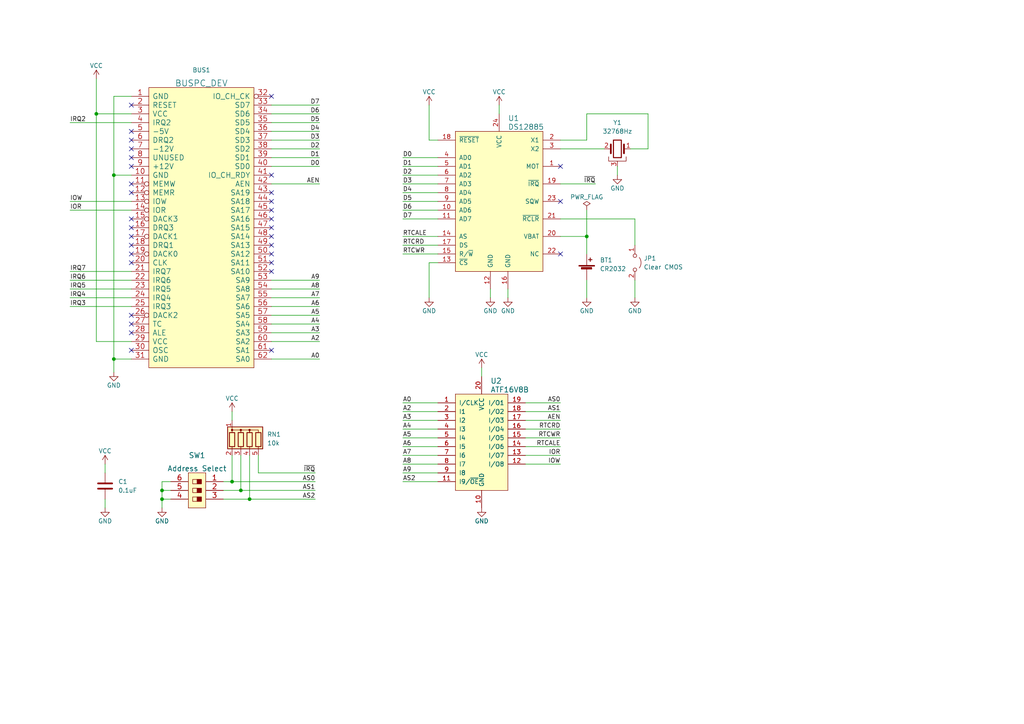
<source format=kicad_sch>
(kicad_sch (version 20211123) (generator eeschema)

  (uuid cdfb07af-801b-44ba-8c30-d021a6ad3039)

  (paper "A4")

  (title_block
    (title "RTC8088 - Real Time Clock for PC/XT")
    (date "2024-04-26")
    (rev "3.0")
    (company "Sergey Kiselev")
  )

  (lib_symbols
    (symbol "Device:Battery_Cell" (pin_numbers hide) (pin_names (offset 0) hide) (in_bom yes) (on_board yes)
      (property "Reference" "BT" (id 0) (at 2.54 2.54 0)
        (effects (font (size 1.27 1.27)) (justify left))
      )
      (property "Value" "Battery_Cell" (id 1) (at 2.54 0 0)
        (effects (font (size 1.27 1.27)) (justify left))
      )
      (property "Footprint" "" (id 2) (at 0 1.524 90)
        (effects (font (size 1.27 1.27)) hide)
      )
      (property "Datasheet" "~" (id 3) (at 0 1.524 90)
        (effects (font (size 1.27 1.27)) hide)
      )
      (property "ki_keywords" "battery cell" (id 4) (at 0 0 0)
        (effects (font (size 1.27 1.27)) hide)
      )
      (property "ki_description" "Single-cell battery" (id 5) (at 0 0 0)
        (effects (font (size 1.27 1.27)) hide)
      )
      (symbol "Battery_Cell_0_1"
        (rectangle (start -2.286 1.778) (end 2.286 1.524)
          (stroke (width 0) (type default) (color 0 0 0 0))
          (fill (type outline))
        )
        (rectangle (start -1.5748 1.1938) (end 1.4732 0.6858)
          (stroke (width 0) (type default) (color 0 0 0 0))
          (fill (type outline))
        )
        (polyline
          (pts
            (xy 0 0.762)
            (xy 0 0)
          )
          (stroke (width 0) (type default) (color 0 0 0 0))
          (fill (type none))
        )
        (polyline
          (pts
            (xy 0 1.778)
            (xy 0 2.54)
          )
          (stroke (width 0) (type default) (color 0 0 0 0))
          (fill (type none))
        )
        (polyline
          (pts
            (xy 0.508 3.429)
            (xy 1.524 3.429)
          )
          (stroke (width 0.254) (type default) (color 0 0 0 0))
          (fill (type none))
        )
        (polyline
          (pts
            (xy 1.016 3.937)
            (xy 1.016 2.921)
          )
          (stroke (width 0.254) (type default) (color 0 0 0 0))
          (fill (type none))
        )
      )
      (symbol "Battery_Cell_1_1"
        (pin passive line (at 0 5.08 270) (length 2.54)
          (name "+" (effects (font (size 1.27 1.27))))
          (number "1" (effects (font (size 1.27 1.27))))
        )
        (pin passive line (at 0 -2.54 90) (length 2.54)
          (name "-" (effects (font (size 1.27 1.27))))
          (number "2" (effects (font (size 1.27 1.27))))
        )
      )
    )
    (symbol "Device:C" (pin_numbers hide) (pin_names (offset 0.254)) (in_bom yes) (on_board yes)
      (property "Reference" "C" (id 0) (at 0.635 2.54 0)
        (effects (font (size 1.27 1.27)) (justify left))
      )
      (property "Value" "C" (id 1) (at 0.635 -2.54 0)
        (effects (font (size 1.27 1.27)) (justify left))
      )
      (property "Footprint" "" (id 2) (at 0.9652 -3.81 0)
        (effects (font (size 1.27 1.27)) hide)
      )
      (property "Datasheet" "~" (id 3) (at 0 0 0)
        (effects (font (size 1.27 1.27)) hide)
      )
      (property "ki_keywords" "cap capacitor" (id 4) (at 0 0 0)
        (effects (font (size 1.27 1.27)) hide)
      )
      (property "ki_description" "Unpolarized capacitor" (id 5) (at 0 0 0)
        (effects (font (size 1.27 1.27)) hide)
      )
      (property "ki_fp_filters" "C_*" (id 6) (at 0 0 0)
        (effects (font (size 1.27 1.27)) hide)
      )
      (symbol "C_0_1"
        (polyline
          (pts
            (xy -2.032 -0.762)
            (xy 2.032 -0.762)
          )
          (stroke (width 0.508) (type default) (color 0 0 0 0))
          (fill (type none))
        )
        (polyline
          (pts
            (xy -2.032 0.762)
            (xy 2.032 0.762)
          )
          (stroke (width 0.508) (type default) (color 0 0 0 0))
          (fill (type none))
        )
      )
      (symbol "C_1_1"
        (pin passive line (at 0 3.81 270) (length 2.794)
          (name "~" (effects (font (size 1.27 1.27))))
          (number "1" (effects (font (size 1.27 1.27))))
        )
        (pin passive line (at 0 -3.81 90) (length 2.794)
          (name "~" (effects (font (size 1.27 1.27))))
          (number "2" (effects (font (size 1.27 1.27))))
        )
      )
    )
    (symbol "Device:Crystal_GND3" (pin_names (offset 1.016) hide) (in_bom yes) (on_board yes)
      (property "Reference" "Y" (id 0) (at 0 5.715 0)
        (effects (font (size 1.27 1.27)))
      )
      (property "Value" "Crystal_GND3" (id 1) (at 0 3.81 0)
        (effects (font (size 1.27 1.27)))
      )
      (property "Footprint" "" (id 2) (at 0 0 0)
        (effects (font (size 1.27 1.27)) hide)
      )
      (property "Datasheet" "~" (id 3) (at 0 0 0)
        (effects (font (size 1.27 1.27)) hide)
      )
      (property "ki_keywords" "quartz ceramic resonator oscillator" (id 4) (at 0 0 0)
        (effects (font (size 1.27 1.27)) hide)
      )
      (property "ki_description" "Three pin crystal, GND on pin 3" (id 5) (at 0 0 0)
        (effects (font (size 1.27 1.27)) hide)
      )
      (property "ki_fp_filters" "Crystal*" (id 6) (at 0 0 0)
        (effects (font (size 1.27 1.27)) hide)
      )
      (symbol "Crystal_GND3_0_1"
        (rectangle (start -1.143 2.54) (end 1.143 -2.54)
          (stroke (width 0.3048) (type default) (color 0 0 0 0))
          (fill (type none))
        )
        (polyline
          (pts
            (xy -2.54 0)
            (xy -1.905 0)
          )
          (stroke (width 0) (type default) (color 0 0 0 0))
          (fill (type none))
        )
        (polyline
          (pts
            (xy -1.905 -1.27)
            (xy -1.905 1.27)
          )
          (stroke (width 0.508) (type default) (color 0 0 0 0))
          (fill (type none))
        )
        (polyline
          (pts
            (xy 0 -3.81)
            (xy 0 -3.556)
          )
          (stroke (width 0) (type default) (color 0 0 0 0))
          (fill (type none))
        )
        (polyline
          (pts
            (xy 1.905 0)
            (xy 2.54 0)
          )
          (stroke (width 0) (type default) (color 0 0 0 0))
          (fill (type none))
        )
        (polyline
          (pts
            (xy 1.905 1.27)
            (xy 1.905 -1.27)
          )
          (stroke (width 0.508) (type default) (color 0 0 0 0))
          (fill (type none))
        )
        (polyline
          (pts
            (xy -2.54 -2.286)
            (xy -2.54 -3.556)
            (xy 2.54 -3.556)
            (xy 2.54 -2.286)
          )
          (stroke (width 0) (type default) (color 0 0 0 0))
          (fill (type none))
        )
      )
      (symbol "Crystal_GND3_1_1"
        (pin passive line (at -3.81 0 0) (length 1.27)
          (name "1" (effects (font (size 1.27 1.27))))
          (number "1" (effects (font (size 1.27 1.27))))
        )
        (pin passive line (at 3.81 0 180) (length 1.27)
          (name "2" (effects (font (size 1.27 1.27))))
          (number "2" (effects (font (size 1.27 1.27))))
        )
        (pin passive line (at 0 -5.08 90) (length 1.27)
          (name "3" (effects (font (size 1.27 1.27))))
          (number "3" (effects (font (size 1.27 1.27))))
        )
      )
    )
    (symbol "Device:R_Network04" (pin_names (offset 0) hide) (in_bom yes) (on_board yes)
      (property "Reference" "RN" (id 0) (at -7.62 0 90)
        (effects (font (size 1.27 1.27)))
      )
      (property "Value" "R_Network04" (id 1) (at 5.08 0 90)
        (effects (font (size 1.27 1.27)))
      )
      (property "Footprint" "Resistor_THT:R_Array_SIP5" (id 2) (at 6.985 0 90)
        (effects (font (size 1.27 1.27)) hide)
      )
      (property "Datasheet" "http://www.vishay.com/docs/31509/csc.pdf" (id 3) (at 0 0 0)
        (effects (font (size 1.27 1.27)) hide)
      )
      (property "ki_keywords" "R network star-topology" (id 4) (at 0 0 0)
        (effects (font (size 1.27 1.27)) hide)
      )
      (property "ki_description" "4 resistor network, star topology, bussed resistors, small symbol" (id 5) (at 0 0 0)
        (effects (font (size 1.27 1.27)) hide)
      )
      (property "ki_fp_filters" "R?Array?SIP*" (id 6) (at 0 0 0)
        (effects (font (size 1.27 1.27)) hide)
      )
      (symbol "R_Network04_0_1"
        (rectangle (start -6.35 -3.175) (end 3.81 3.175)
          (stroke (width 0.254) (type default) (color 0 0 0 0))
          (fill (type background))
        )
        (rectangle (start -5.842 1.524) (end -4.318 -2.54)
          (stroke (width 0.254) (type default) (color 0 0 0 0))
          (fill (type none))
        )
        (circle (center -5.08 2.286) (radius 0.254)
          (stroke (width 0) (type default) (color 0 0 0 0))
          (fill (type outline))
        )
        (rectangle (start -3.302 1.524) (end -1.778 -2.54)
          (stroke (width 0.254) (type default) (color 0 0 0 0))
          (fill (type none))
        )
        (circle (center -2.54 2.286) (radius 0.254)
          (stroke (width 0) (type default) (color 0 0 0 0))
          (fill (type outline))
        )
        (rectangle (start -0.762 1.524) (end 0.762 -2.54)
          (stroke (width 0.254) (type default) (color 0 0 0 0))
          (fill (type none))
        )
        (polyline
          (pts
            (xy -5.08 -2.54)
            (xy -5.08 -3.81)
          )
          (stroke (width 0) (type default) (color 0 0 0 0))
          (fill (type none))
        )
        (polyline
          (pts
            (xy -2.54 -2.54)
            (xy -2.54 -3.81)
          )
          (stroke (width 0) (type default) (color 0 0 0 0))
          (fill (type none))
        )
        (polyline
          (pts
            (xy 0 -2.54)
            (xy 0 -3.81)
          )
          (stroke (width 0) (type default) (color 0 0 0 0))
          (fill (type none))
        )
        (polyline
          (pts
            (xy 2.54 -2.54)
            (xy 2.54 -3.81)
          )
          (stroke (width 0) (type default) (color 0 0 0 0))
          (fill (type none))
        )
        (polyline
          (pts
            (xy -5.08 1.524)
            (xy -5.08 2.286)
            (xy -2.54 2.286)
            (xy -2.54 1.524)
          )
          (stroke (width 0) (type default) (color 0 0 0 0))
          (fill (type none))
        )
        (polyline
          (pts
            (xy -2.54 1.524)
            (xy -2.54 2.286)
            (xy 0 2.286)
            (xy 0 1.524)
          )
          (stroke (width 0) (type default) (color 0 0 0 0))
          (fill (type none))
        )
        (polyline
          (pts
            (xy 0 1.524)
            (xy 0 2.286)
            (xy 2.54 2.286)
            (xy 2.54 1.524)
          )
          (stroke (width 0) (type default) (color 0 0 0 0))
          (fill (type none))
        )
        (circle (center 0 2.286) (radius 0.254)
          (stroke (width 0) (type default) (color 0 0 0 0))
          (fill (type outline))
        )
        (rectangle (start 1.778 1.524) (end 3.302 -2.54)
          (stroke (width 0.254) (type default) (color 0 0 0 0))
          (fill (type none))
        )
      )
      (symbol "R_Network04_1_1"
        (pin passive line (at -5.08 5.08 270) (length 2.54)
          (name "common" (effects (font (size 1.27 1.27))))
          (number "1" (effects (font (size 1.27 1.27))))
        )
        (pin passive line (at -5.08 -5.08 90) (length 1.27)
          (name "R1" (effects (font (size 1.27 1.27))))
          (number "2" (effects (font (size 1.27 1.27))))
        )
        (pin passive line (at -2.54 -5.08 90) (length 1.27)
          (name "R2" (effects (font (size 1.27 1.27))))
          (number "3" (effects (font (size 1.27 1.27))))
        )
        (pin passive line (at 0 -5.08 90) (length 1.27)
          (name "R3" (effects (font (size 1.27 1.27))))
          (number "4" (effects (font (size 1.27 1.27))))
        )
        (pin passive line (at 2.54 -5.08 90) (length 1.27)
          (name "R4" (effects (font (size 1.27 1.27))))
          (number "5" (effects (font (size 1.27 1.27))))
        )
      )
    )
    (symbol "Jumper:Jumper_2_Open" (pin_names (offset 0) hide) (in_bom yes) (on_board yes)
      (property "Reference" "JP" (id 0) (at 0 2.794 0)
        (effects (font (size 1.27 1.27)))
      )
      (property "Value" "Jumper_2_Open" (id 1) (at 0 -2.286 0)
        (effects (font (size 1.27 1.27)))
      )
      (property "Footprint" "" (id 2) (at 0 0 0)
        (effects (font (size 1.27 1.27)) hide)
      )
      (property "Datasheet" "~" (id 3) (at 0 0 0)
        (effects (font (size 1.27 1.27)) hide)
      )
      (property "ki_keywords" "Jumper SPST" (id 4) (at 0 0 0)
        (effects (font (size 1.27 1.27)) hide)
      )
      (property "ki_description" "Jumper, 2-pole, open" (id 5) (at 0 0 0)
        (effects (font (size 1.27 1.27)) hide)
      )
      (property "ki_fp_filters" "Jumper* TestPoint*2Pads* TestPoint*Bridge*" (id 6) (at 0 0 0)
        (effects (font (size 1.27 1.27)) hide)
      )
      (symbol "Jumper_2_Open_0_0"
        (circle (center -2.032 0) (radius 0.508)
          (stroke (width 0) (type default) (color 0 0 0 0))
          (fill (type none))
        )
        (circle (center 2.032 0) (radius 0.508)
          (stroke (width 0) (type default) (color 0 0 0 0))
          (fill (type none))
        )
      )
      (symbol "Jumper_2_Open_0_1"
        (arc (start 1.524 1.27) (mid 0 1.778) (end -1.524 1.27)
          (stroke (width 0) (type default) (color 0 0 0 0))
          (fill (type none))
        )
      )
      (symbol "Jumper_2_Open_1_1"
        (pin passive line (at -5.08 0 0) (length 2.54)
          (name "A" (effects (font (size 1.27 1.27))))
          (number "1" (effects (font (size 1.27 1.27))))
        )
        (pin passive line (at 5.08 0 180) (length 2.54)
          (name "B" (effects (font (size 1.27 1.27))))
          (number "2" (effects (font (size 1.27 1.27))))
        )
      )
    )
    (symbol "my_components:ATF16V8B" (pin_names (offset 1.016)) (in_bom yes) (on_board yes)
      (property "Reference" "U" (id 0) (at -7.62 17.78 0)
        (effects (font (size 1.524 1.524)))
      )
      (property "Value" "ATF16V8B" (id 1) (at -7.62 15.24 0)
        (effects (font (size 1.524 1.524)))
      )
      (property "Footprint" "" (id 2) (at 0 -2.54 0)
        (effects (font (size 1.524 1.524)))
      )
      (property "Datasheet" "" (id 3) (at 0 -2.54 0)
        (effects (font (size 1.524 1.524)))
      )
      (property "ki_keywords" "EE PLD GAL" (id 4) (at 0 0 0)
        (effects (font (size 1.27 1.27)) hide)
      )
      (property "ki_description" "Electrically-Erasable Programmable Logic Device" (id 5) (at 0 0 0)
        (effects (font (size 1.27 1.27)) hide)
      )
      (property "ki_fp_filters" "*DIP*20*" (id 6) (at 0 0 0)
        (effects (font (size 1.27 1.27)) hide)
      )
      (symbol "ATF16V8B_0_1"
        (rectangle (start -7.62 13.97) (end 7.62 -13.97)
          (stroke (width 0) (type default) (color 0 0 0 0))
          (fill (type background))
        )
      )
      (symbol "ATF16V8B_1_1"
        (pin input line (at -12.7 11.43 0) (length 5.08)
          (name "I/CLK" (effects (font (size 1.27 1.27))))
          (number "1" (effects (font (size 1.27 1.27))))
        )
        (pin power_in line (at 0 -19.05 90) (length 5.08)
          (name "GND" (effects (font (size 1.27 1.27))))
          (number "10" (effects (font (size 1.27 1.27))))
        )
        (pin input line (at -12.7 -11.43 0) (length 5.08)
          (name "I9/~{OE}" (effects (font (size 1.27 1.27))))
          (number "11" (effects (font (size 1.27 1.27))))
        )
        (pin bidirectional line (at 12.7 -6.35 180) (length 5.08)
          (name "I/O8" (effects (font (size 1.27 1.27))))
          (number "12" (effects (font (size 1.27 1.27))))
        )
        (pin bidirectional line (at 12.7 -3.81 180) (length 5.08)
          (name "I/O7" (effects (font (size 1.27 1.27))))
          (number "13" (effects (font (size 1.27 1.27))))
        )
        (pin bidirectional line (at 12.7 -1.27 180) (length 5.08)
          (name "I/O6" (effects (font (size 1.27 1.27))))
          (number "14" (effects (font (size 1.27 1.27))))
        )
        (pin bidirectional line (at 12.7 1.27 180) (length 5.08)
          (name "I/O5" (effects (font (size 1.27 1.27))))
          (number "15" (effects (font (size 1.27 1.27))))
        )
        (pin bidirectional line (at 12.7 3.81 180) (length 5.08)
          (name "I/O4" (effects (font (size 1.27 1.27))))
          (number "16" (effects (font (size 1.27 1.27))))
        )
        (pin bidirectional line (at 12.7 6.35 180) (length 5.08)
          (name "I/O3" (effects (font (size 1.27 1.27))))
          (number "17" (effects (font (size 1.27 1.27))))
        )
        (pin bidirectional line (at 12.7 8.89 180) (length 5.08)
          (name "I/O2" (effects (font (size 1.27 1.27))))
          (number "18" (effects (font (size 1.27 1.27))))
        )
        (pin bidirectional line (at 12.7 11.43 180) (length 5.08)
          (name "I/O1" (effects (font (size 1.27 1.27))))
          (number "19" (effects (font (size 1.27 1.27))))
        )
        (pin input line (at -12.7 8.89 0) (length 5.08)
          (name "I1" (effects (font (size 1.27 1.27))))
          (number "2" (effects (font (size 1.27 1.27))))
        )
        (pin power_in line (at 0 19.05 270) (length 5.08)
          (name "VCC" (effects (font (size 1.27 1.27))))
          (number "20" (effects (font (size 1.27 1.27))))
        )
        (pin input line (at -12.7 6.35 0) (length 5.08)
          (name "I2" (effects (font (size 1.27 1.27))))
          (number "3" (effects (font (size 1.27 1.27))))
        )
        (pin input line (at -12.7 3.81 0) (length 5.08)
          (name "I3" (effects (font (size 1.27 1.27))))
          (number "4" (effects (font (size 1.27 1.27))))
        )
        (pin input line (at -12.7 1.27 0) (length 5.08)
          (name "I4" (effects (font (size 1.27 1.27))))
          (number "5" (effects (font (size 1.27 1.27))))
        )
        (pin input line (at -12.7 -1.27 0) (length 5.08)
          (name "I5" (effects (font (size 1.27 1.27))))
          (number "6" (effects (font (size 1.27 1.27))))
        )
        (pin input line (at -12.7 -3.81 0) (length 5.08)
          (name "I6" (effects (font (size 1.27 1.27))))
          (number "7" (effects (font (size 1.27 1.27))))
        )
        (pin input line (at -12.7 -6.35 0) (length 5.08)
          (name "I7" (effects (font (size 1.27 1.27))))
          (number "8" (effects (font (size 1.27 1.27))))
        )
        (pin input line (at -12.7 -8.89 0) (length 5.08)
          (name "I8" (effects (font (size 1.27 1.27))))
          (number "9" (effects (font (size 1.27 1.27))))
        )
      )
    )
    (symbol "my_components:BUSPC_DEV" (pin_names (offset 1.016)) (in_bom yes) (on_board yes)
      (property "Reference" "BUS" (id 0) (at -15.24 41.91 0)
        (effects (font (size 1.27 1.27)) (justify left))
      )
      (property "Value" "BUSPC_DEV" (id 1) (at -15.24 -41.91 0)
        (effects (font (size 1.778 1.778)) (justify left))
      )
      (property "Footprint" "" (id 2) (at 0 0 0)
        (effects (font (size 1.524 1.524)))
      )
      (property "Datasheet" "" (id 3) (at 0 0 0)
        (effects (font (size 1.524 1.524)))
      )
      (property "ki_keywords" "ISA" (id 4) (at 0 0 0)
        (effects (font (size 1.27 1.27)) hide)
      )
      (property "ki_description" "ISA BUS Connector, 8 bits, Device" (id 5) (at 0 0 0)
        (effects (font (size 1.27 1.27)) hide)
      )
      (symbol "BUSPC_DEV_0_1"
        (rectangle (start -15.24 -40.64) (end 15.24 40.64)
          (stroke (width 0) (type default) (color 0 0 0 0))
          (fill (type background))
        )
      )
      (symbol "BUSPC_DEV_1_1"
        (pin power_out line (at -20.32 38.1 0) (length 5.08)
          (name "GND" (effects (font (size 1.524 1.524))))
          (number "1" (effects (font (size 1.524 1.524))))
        )
        (pin power_in line (at -20.32 15.24 0) (length 5.08)
          (name "GND" (effects (font (size 1.524 1.524))))
          (number "10" (effects (font (size 1.524 1.524))))
        )
        (pin output inverted (at -20.32 12.7 0) (length 5.08)
          (name "MEMW" (effects (font (size 1.524 1.524))))
          (number "11" (effects (font (size 1.524 1.524))))
        )
        (pin output inverted (at -20.32 10.16 0) (length 5.08)
          (name "MEMR" (effects (font (size 1.524 1.524))))
          (number "12" (effects (font (size 1.524 1.524))))
        )
        (pin output inverted (at -20.32 7.62 0) (length 5.08)
          (name "IOW" (effects (font (size 1.524 1.524))))
          (number "13" (effects (font (size 1.524 1.524))))
        )
        (pin output inverted (at -20.32 5.08 0) (length 5.08)
          (name "IOR" (effects (font (size 1.524 1.524))))
          (number "14" (effects (font (size 1.524 1.524))))
        )
        (pin output inverted (at -20.32 2.54 0) (length 5.08)
          (name "DACK3" (effects (font (size 1.524 1.524))))
          (number "15" (effects (font (size 1.524 1.524))))
        )
        (pin input line (at -20.32 0 0) (length 5.08)
          (name "DRQ3" (effects (font (size 1.524 1.524))))
          (number "16" (effects (font (size 1.524 1.524))))
        )
        (pin output inverted (at -20.32 -2.54 0) (length 5.08)
          (name "DACK1" (effects (font (size 1.524 1.524))))
          (number "17" (effects (font (size 1.524 1.524))))
        )
        (pin input line (at -20.32 -5.08 0) (length 5.08)
          (name "DRQ1" (effects (font (size 1.524 1.524))))
          (number "18" (effects (font (size 1.524 1.524))))
        )
        (pin output inverted (at -20.32 -7.62 0) (length 5.08)
          (name "DACK0" (effects (font (size 1.524 1.524))))
          (number "19" (effects (font (size 1.524 1.524))))
        )
        (pin output line (at -20.32 35.56 0) (length 5.08)
          (name "RESET" (effects (font (size 1.524 1.524))))
          (number "2" (effects (font (size 1.524 1.524))))
        )
        (pin output line (at -20.32 -10.16 0) (length 5.08)
          (name "CLK" (effects (font (size 1.524 1.524))))
          (number "20" (effects (font (size 1.524 1.524))))
        )
        (pin input line (at -20.32 -12.7 0) (length 5.08)
          (name "IRQ7" (effects (font (size 1.524 1.524))))
          (number "21" (effects (font (size 1.524 1.524))))
        )
        (pin input line (at -20.32 -15.24 0) (length 5.08)
          (name "IRQ6" (effects (font (size 1.524 1.524))))
          (number "22" (effects (font (size 1.524 1.524))))
        )
        (pin input line (at -20.32 -17.78 0) (length 5.08)
          (name "IRQ5" (effects (font (size 1.524 1.524))))
          (number "23" (effects (font (size 1.524 1.524))))
        )
        (pin input line (at -20.32 -20.32 0) (length 5.08)
          (name "IRQ4" (effects (font (size 1.524 1.524))))
          (number "24" (effects (font (size 1.524 1.524))))
        )
        (pin input line (at -20.32 -22.86 0) (length 5.08)
          (name "IRQ3" (effects (font (size 1.524 1.524))))
          (number "25" (effects (font (size 1.524 1.524))))
        )
        (pin output inverted (at -20.32 -25.4 0) (length 5.08)
          (name "DACK2" (effects (font (size 1.524 1.524))))
          (number "26" (effects (font (size 1.524 1.524))))
        )
        (pin output line (at -20.32 -27.94 0) (length 5.08)
          (name "TC" (effects (font (size 1.524 1.524))))
          (number "27" (effects (font (size 1.524 1.524))))
        )
        (pin output line (at -20.32 -30.48 0) (length 5.08)
          (name "ALE" (effects (font (size 1.524 1.524))))
          (number "28" (effects (font (size 1.524 1.524))))
        )
        (pin power_in line (at -20.32 -33.02 0) (length 5.08)
          (name "VCC" (effects (font (size 1.524 1.524))))
          (number "29" (effects (font (size 1.524 1.524))))
        )
        (pin power_out line (at -20.32 33.02 0) (length 5.08)
          (name "VCC" (effects (font (size 1.524 1.524))))
          (number "3" (effects (font (size 1.524 1.524))))
        )
        (pin output line (at -20.32 -35.56 0) (length 5.08)
          (name "OSC" (effects (font (size 1.524 1.524))))
          (number "30" (effects (font (size 1.524 1.524))))
        )
        (pin power_in line (at -20.32 -38.1 0) (length 5.08)
          (name "GND" (effects (font (size 1.524 1.524))))
          (number "31" (effects (font (size 1.524 1.524))))
        )
        (pin input inverted (at 20.32 38.1 180) (length 5.08)
          (name "IO_CH_CK" (effects (font (size 1.524 1.524))))
          (number "32" (effects (font (size 1.524 1.524))))
        )
        (pin bidirectional line (at 20.32 35.56 180) (length 5.08)
          (name "SD7" (effects (font (size 1.524 1.524))))
          (number "33" (effects (font (size 1.524 1.524))))
        )
        (pin bidirectional line (at 20.32 33.02 180) (length 5.08)
          (name "SD6" (effects (font (size 1.524 1.524))))
          (number "34" (effects (font (size 1.524 1.524))))
        )
        (pin bidirectional line (at 20.32 30.48 180) (length 5.08)
          (name "SD5" (effects (font (size 1.524 1.524))))
          (number "35" (effects (font (size 1.524 1.524))))
        )
        (pin bidirectional line (at 20.32 27.94 180) (length 5.08)
          (name "SD4" (effects (font (size 1.524 1.524))))
          (number "36" (effects (font (size 1.524 1.524))))
        )
        (pin bidirectional line (at 20.32 25.4 180) (length 5.08)
          (name "SD3" (effects (font (size 1.524 1.524))))
          (number "37" (effects (font (size 1.524 1.524))))
        )
        (pin bidirectional line (at 20.32 22.86 180) (length 5.08)
          (name "SD2" (effects (font (size 1.524 1.524))))
          (number "38" (effects (font (size 1.524 1.524))))
        )
        (pin bidirectional line (at 20.32 20.32 180) (length 5.08)
          (name "SD1" (effects (font (size 1.524 1.524))))
          (number "39" (effects (font (size 1.524 1.524))))
        )
        (pin input line (at -20.32 30.48 0) (length 5.08)
          (name "IRQ2" (effects (font (size 1.524 1.524))))
          (number "4" (effects (font (size 1.524 1.524))))
        )
        (pin bidirectional line (at 20.32 17.78 180) (length 5.08)
          (name "SD0" (effects (font (size 1.524 1.524))))
          (number "40" (effects (font (size 1.524 1.524))))
        )
        (pin input line (at 20.32 15.24 180) (length 5.08)
          (name "IO_CH_RDY" (effects (font (size 1.524 1.524))))
          (number "41" (effects (font (size 1.524 1.524))))
        )
        (pin output line (at 20.32 12.7 180) (length 5.08)
          (name "AEN" (effects (font (size 1.524 1.524))))
          (number "42" (effects (font (size 1.524 1.524))))
        )
        (pin output line (at 20.32 10.16 180) (length 5.08)
          (name "SA19" (effects (font (size 1.524 1.524))))
          (number "43" (effects (font (size 1.524 1.524))))
        )
        (pin output line (at 20.32 7.62 180) (length 5.08)
          (name "SA18" (effects (font (size 1.524 1.524))))
          (number "44" (effects (font (size 1.524 1.524))))
        )
        (pin output line (at 20.32 5.08 180) (length 5.08)
          (name "SA17" (effects (font (size 1.524 1.524))))
          (number "45" (effects (font (size 1.524 1.524))))
        )
        (pin output line (at 20.32 2.54 180) (length 5.08)
          (name "SA16" (effects (font (size 1.524 1.524))))
          (number "46" (effects (font (size 1.524 1.524))))
        )
        (pin output line (at 20.32 0 180) (length 5.08)
          (name "SA15" (effects (font (size 1.524 1.524))))
          (number "47" (effects (font (size 1.524 1.524))))
        )
        (pin output line (at 20.32 -2.54 180) (length 5.08)
          (name "SA14" (effects (font (size 1.524 1.524))))
          (number "48" (effects (font (size 1.524 1.524))))
        )
        (pin output line (at 20.32 -5.08 180) (length 5.08)
          (name "SA13" (effects (font (size 1.524 1.524))))
          (number "49" (effects (font (size 1.524 1.524))))
        )
        (pin power_out line (at -20.32 27.94 0) (length 5.08)
          (name "-5V" (effects (font (size 1.524 1.524))))
          (number "5" (effects (font (size 1.524 1.524))))
        )
        (pin output line (at 20.32 -7.62 180) (length 5.08)
          (name "SA12" (effects (font (size 1.524 1.524))))
          (number "50" (effects (font (size 1.524 1.524))))
        )
        (pin output line (at 20.32 -10.16 180) (length 5.08)
          (name "SA11" (effects (font (size 1.524 1.524))))
          (number "51" (effects (font (size 1.524 1.524))))
        )
        (pin output line (at 20.32 -12.7 180) (length 5.08)
          (name "SA10" (effects (font (size 1.524 1.524))))
          (number "52" (effects (font (size 1.524 1.524))))
        )
        (pin output line (at 20.32 -15.24 180) (length 5.08)
          (name "SA9" (effects (font (size 1.524 1.524))))
          (number "53" (effects (font (size 1.524 1.524))))
        )
        (pin output line (at 20.32 -17.78 180) (length 5.08)
          (name "SA8" (effects (font (size 1.524 1.524))))
          (number "54" (effects (font (size 1.524 1.524))))
        )
        (pin output line (at 20.32 -20.32 180) (length 5.08)
          (name "SA7" (effects (font (size 1.524 1.524))))
          (number "55" (effects (font (size 1.524 1.524))))
        )
        (pin output line (at 20.32 -22.86 180) (length 5.08)
          (name "SA6" (effects (font (size 1.524 1.524))))
          (number "56" (effects (font (size 1.524 1.524))))
        )
        (pin output line (at 20.32 -25.4 180) (length 5.08)
          (name "SA5" (effects (font (size 1.524 1.524))))
          (number "57" (effects (font (size 1.524 1.524))))
        )
        (pin output line (at 20.32 -27.94 180) (length 5.08)
          (name "SA4" (effects (font (size 1.524 1.524))))
          (number "58" (effects (font (size 1.524 1.524))))
        )
        (pin output line (at 20.32 -30.48 180) (length 5.08)
          (name "SA3" (effects (font (size 1.524 1.524))))
          (number "59" (effects (font (size 1.524 1.524))))
        )
        (pin input line (at -20.32 25.4 0) (length 5.08)
          (name "DRQ2" (effects (font (size 1.524 1.524))))
          (number "6" (effects (font (size 1.524 1.524))))
        )
        (pin output line (at 20.32 -33.02 180) (length 5.08)
          (name "SA2" (effects (font (size 1.524 1.524))))
          (number "60" (effects (font (size 1.524 1.524))))
        )
        (pin output line (at 20.32 -35.56 180) (length 5.08)
          (name "SA1" (effects (font (size 1.524 1.524))))
          (number "61" (effects (font (size 1.524 1.524))))
        )
        (pin output line (at 20.32 -38.1 180) (length 5.08)
          (name "SA0" (effects (font (size 1.524 1.524))))
          (number "62" (effects (font (size 1.524 1.524))))
        )
        (pin power_out line (at -20.32 22.86 0) (length 5.08)
          (name "-12V" (effects (font (size 1.524 1.524))))
          (number "7" (effects (font (size 1.524 1.524))))
        )
        (pin passive line (at -20.32 20.32 0) (length 5.08)
          (name "UNUSED" (effects (font (size 1.524 1.524))))
          (number "8" (effects (font (size 1.524 1.524))))
        )
        (pin power_out line (at -20.32 17.78 0) (length 5.08)
          (name "+12V" (effects (font (size 1.524 1.524))))
          (number "9" (effects (font (size 1.524 1.524))))
        )
      )
    )
    (symbol "my_components:DS12885" (pin_names (offset 1.016)) (in_bom yes) (on_board yes)
      (property "Reference" "U" (id 0) (at -12.7 22.86 0)
        (effects (font (size 1.524 1.524)) (justify left))
      )
      (property "Value" "DS12885" (id 1) (at -12.7 20.32 0)
        (effects (font (size 1.524 1.524)))
      )
      (property "Footprint" "" (id 2) (at 0 0 0)
        (effects (font (size 1.524 1.524)))
      )
      (property "Datasheet" "" (id 3) (at 0 0 0)
        (effects (font (size 1.524 1.524)))
      )
      (property "ki_keywords" "Maxim Dallas DS12885 RTC" (id 4) (at 0 0 0)
        (effects (font (size 1.27 1.27)) hide)
      )
      (property "ki_description" "Maxim/Dallas DS12885 RTC" (id 5) (at 0 0 0)
        (effects (font (size 1.27 1.27)) hide)
      )
      (symbol "DS12885_0_1"
        (rectangle (start -12.7 19.05) (end 12.7 -21.59)
          (stroke (width 0) (type default) (color 0 0 0 0))
          (fill (type background))
        )
      )
      (symbol "DS12885_1_1"
        (pin input line (at 17.78 8.89 180) (length 5.08)
          (name "MOT" (effects (font (size 1.27 1.27))))
          (number "1" (effects (font (size 1.27 1.27))))
        )
        (pin bidirectional line (at -17.78 -3.81 0) (length 5.08)
          (name "AD6" (effects (font (size 1.27 1.27))))
          (number "10" (effects (font (size 1.27 1.27))))
        )
        (pin bidirectional line (at -17.78 -6.35 0) (length 5.08)
          (name "AD7" (effects (font (size 1.27 1.27))))
          (number "11" (effects (font (size 1.27 1.27))))
        )
        (pin power_in line (at -2.54 -26.67 90) (length 5.08)
          (name "GND" (effects (font (size 1.27 1.27))))
          (number "12" (effects (font (size 1.27 1.27))))
        )
        (pin input line (at -17.78 -19.05 0) (length 5.08)
          (name "~{CS}" (effects (font (size 1.27 1.27))))
          (number "13" (effects (font (size 1.27 1.27))))
        )
        (pin input line (at -17.78 -11.43 0) (length 5.08)
          (name "AS" (effects (font (size 1.27 1.27))))
          (number "14" (effects (font (size 1.27 1.27))))
        )
        (pin input line (at -17.78 -16.51 0) (length 5.08)
          (name "R/~{W}" (effects (font (size 1.27 1.27))))
          (number "15" (effects (font (size 1.27 1.27))))
        )
        (pin power_in line (at 2.54 -26.67 90) (length 5.08)
          (name "GND" (effects (font (size 1.27 1.27))))
          (number "16" (effects (font (size 1.27 1.27))))
        )
        (pin input line (at -17.78 -13.97 0) (length 5.08)
          (name "DS" (effects (font (size 1.27 1.27))))
          (number "17" (effects (font (size 1.27 1.27))))
        )
        (pin input line (at -17.78 16.51 0) (length 5.08)
          (name "~{RESET}" (effects (font (size 1.27 1.27))))
          (number "18" (effects (font (size 1.27 1.27))))
        )
        (pin output line (at 17.78 3.81 180) (length 5.08)
          (name "~{IRQ}" (effects (font (size 1.27 1.27))))
          (number "19" (effects (font (size 1.27 1.27))))
        )
        (pin input line (at 17.78 16.51 180) (length 5.08)
          (name "X1" (effects (font (size 1.27 1.27))))
          (number "2" (effects (font (size 1.27 1.27))))
        )
        (pin power_in line (at 17.78 -11.43 180) (length 5.08)
          (name "VBAT" (effects (font (size 1.27 1.27))))
          (number "20" (effects (font (size 1.27 1.27))))
        )
        (pin input line (at 17.78 -6.35 180) (length 5.08)
          (name "~{RCLR}" (effects (font (size 1.27 1.27))))
          (number "21" (effects (font (size 1.27 1.27))))
        )
        (pin input line (at 17.78 -16.51 180) (length 5.08)
          (name "NC" (effects (font (size 1.27 1.27))))
          (number "22" (effects (font (size 1.27 1.27))))
        )
        (pin input line (at 17.78 -1.27 180) (length 5.08)
          (name "SQW" (effects (font (size 1.27 1.27))))
          (number "23" (effects (font (size 1.27 1.27))))
        )
        (pin power_in line (at 0 24.13 270) (length 5.08)
          (name "VCC" (effects (font (size 1.27 1.27))))
          (number "24" (effects (font (size 1.27 1.27))))
        )
        (pin input line (at 17.78 13.97 180) (length 5.08)
          (name "X2" (effects (font (size 1.27 1.27))))
          (number "3" (effects (font (size 1.27 1.27))))
        )
        (pin bidirectional line (at -17.78 11.43 0) (length 5.08)
          (name "AD0" (effects (font (size 1.27 1.27))))
          (number "4" (effects (font (size 1.27 1.27))))
        )
        (pin bidirectional line (at -17.78 8.89 0) (length 5.08)
          (name "AD1" (effects (font (size 1.27 1.27))))
          (number "5" (effects (font (size 1.27 1.27))))
        )
        (pin bidirectional line (at -17.78 6.35 0) (length 5.08)
          (name "AD2" (effects (font (size 1.27 1.27))))
          (number "6" (effects (font (size 1.27 1.27))))
        )
        (pin bidirectional line (at -17.78 3.81 0) (length 5.08)
          (name "AD3" (effects (font (size 1.27 1.27))))
          (number "7" (effects (font (size 1.27 1.27))))
        )
        (pin bidirectional line (at -17.78 1.27 0) (length 5.08)
          (name "AD4" (effects (font (size 1.27 1.27))))
          (number "8" (effects (font (size 1.27 1.27))))
        )
        (pin bidirectional line (at -17.78 -1.27 0) (length 5.08)
          (name "AD5" (effects (font (size 1.27 1.27))))
          (number "9" (effects (font (size 1.27 1.27))))
        )
      )
    )
    (symbol "my_components:Switch_DIP_3_Positions" (pin_names (offset 1.016)) (in_bom yes) (on_board yes)
      (property "Reference" "SW" (id 0) (at -2.54 6.35 0)
        (effects (font (size 1.524 1.524)) (justify left))
      )
      (property "Value" "Switch_DIP_3_Positions" (id 1) (at -2.54 -6.35 0)
        (effects (font (size 1.524 1.524)) (justify left))
      )
      (property "Footprint" "" (id 2) (at 0 -5.08 0)
        (effects (font (size 1.524 1.524)))
      )
      (property "Datasheet" "" (id 3) (at 0 -5.08 0)
        (effects (font (size 1.524 1.524)))
      )
      (property "ki_keywords" "DIP Switch" (id 4) (at 0 0 0)
        (effects (font (size 1.27 1.27)) hide)
      )
      (property "ki_description" "DIP Switch 3 Positions" (id 5) (at 0 0 0)
        (effects (font (size 1.27 1.27)) hide)
      )
      (property "ki_fp_filters" "Switch_DIP_3_Positions" (id 6) (at 0 0 0)
        (effects (font (size 1.27 1.27)) hide)
      )
      (symbol "Switch_DIP_3_Positions_0_1"
        (rectangle (start -2.54 5.08) (end 2.54 -5.08)
          (stroke (width 0) (type default) (color 0 0 0 0))
          (fill (type background))
        )
        (rectangle (start -1.27 -1.905) (end 0 -3.175)
          (stroke (width 0) (type default) (color 0 0 0 0))
          (fill (type outline))
        )
        (rectangle (start -1.27 -1.905) (end 1.27 -3.175)
          (stroke (width 0) (type default) (color 0 0 0 0))
          (fill (type none))
        )
        (rectangle (start -1.27 0.635) (end 0 -0.635)
          (stroke (width 0) (type default) (color 0 0 0 0))
          (fill (type outline))
        )
        (rectangle (start -1.27 0.635) (end 1.27 -0.635)
          (stroke (width 0) (type default) (color 0 0 0 0))
          (fill (type none))
        )
        (rectangle (start -1.27 3.175) (end 0 1.905)
          (stroke (width 0) (type default) (color 0 0 0 0))
          (fill (type outline))
        )
        (rectangle (start -1.27 3.175) (end 1.27 1.905)
          (stroke (width 0) (type default) (color 0 0 0 0))
          (fill (type none))
        )
      )
      (symbol "Switch_DIP_3_Positions_1_1"
        (pin passive line (at -7.62 2.54 0) (length 5.08)
          (name "~" (effects (font (size 1.524 1.524))))
          (number "1" (effects (font (size 1.524 1.524))))
        )
        (pin passive line (at -7.62 0 0) (length 5.08)
          (name "~" (effects (font (size 1.524 1.524))))
          (number "2" (effects (font (size 1.524 1.524))))
        )
        (pin passive line (at -7.62 -2.54 0) (length 5.08)
          (name "~" (effects (font (size 1.524 1.524))))
          (number "3" (effects (font (size 1.524 1.524))))
        )
        (pin passive line (at 7.62 -2.54 180) (length 5.08)
          (name "~" (effects (font (size 1.524 1.524))))
          (number "4" (effects (font (size 1.524 1.524))))
        )
        (pin passive line (at 7.62 0 180) (length 5.08)
          (name "~" (effects (font (size 1.524 1.524))))
          (number "5" (effects (font (size 1.524 1.524))))
        )
        (pin passive line (at 7.62 2.54 180) (length 5.08)
          (name "~" (effects (font (size 1.524 1.524))))
          (number "6" (effects (font (size 1.524 1.524))))
        )
      )
    )
    (symbol "power:GND" (power) (pin_names (offset 0)) (in_bom yes) (on_board yes)
      (property "Reference" "#PWR" (id 0) (at 0 -6.35 0)
        (effects (font (size 1.27 1.27)) hide)
      )
      (property "Value" "GND" (id 1) (at 0 -3.81 0)
        (effects (font (size 1.27 1.27)))
      )
      (property "Footprint" "" (id 2) (at 0 0 0)
        (effects (font (size 1.27 1.27)) hide)
      )
      (property "Datasheet" "" (id 3) (at 0 0 0)
        (effects (font (size 1.27 1.27)) hide)
      )
      (property "ki_keywords" "power-flag" (id 4) (at 0 0 0)
        (effects (font (size 1.27 1.27)) hide)
      )
      (property "ki_description" "Power symbol creates a global label with name \"GND\" , ground" (id 5) (at 0 0 0)
        (effects (font (size 1.27 1.27)) hide)
      )
      (symbol "GND_0_1"
        (polyline
          (pts
            (xy 0 0)
            (xy 0 -1.27)
            (xy 1.27 -1.27)
            (xy 0 -2.54)
            (xy -1.27 -1.27)
            (xy 0 -1.27)
          )
          (stroke (width 0) (type default) (color 0 0 0 0))
          (fill (type none))
        )
      )
      (symbol "GND_1_1"
        (pin power_in line (at 0 0 270) (length 0) hide
          (name "GND" (effects (font (size 1.27 1.27))))
          (number "1" (effects (font (size 1.27 1.27))))
        )
      )
    )
    (symbol "power:PWR_FLAG" (power) (pin_numbers hide) (pin_names (offset 0) hide) (in_bom yes) (on_board yes)
      (property "Reference" "#FLG" (id 0) (at 0 1.905 0)
        (effects (font (size 1.27 1.27)) hide)
      )
      (property "Value" "PWR_FLAG" (id 1) (at 0 3.81 0)
        (effects (font (size 1.27 1.27)))
      )
      (property "Footprint" "" (id 2) (at 0 0 0)
        (effects (font (size 1.27 1.27)) hide)
      )
      (property "Datasheet" "~" (id 3) (at 0 0 0)
        (effects (font (size 1.27 1.27)) hide)
      )
      (property "ki_keywords" "power-flag" (id 4) (at 0 0 0)
        (effects (font (size 1.27 1.27)) hide)
      )
      (property "ki_description" "Special symbol for telling ERC where power comes from" (id 5) (at 0 0 0)
        (effects (font (size 1.27 1.27)) hide)
      )
      (symbol "PWR_FLAG_0_0"
        (pin power_out line (at 0 0 90) (length 0)
          (name "pwr" (effects (font (size 1.27 1.27))))
          (number "1" (effects (font (size 1.27 1.27))))
        )
      )
      (symbol "PWR_FLAG_0_1"
        (polyline
          (pts
            (xy 0 0)
            (xy 0 1.27)
            (xy -1.016 1.905)
            (xy 0 2.54)
            (xy 1.016 1.905)
            (xy 0 1.27)
          )
          (stroke (width 0) (type default) (color 0 0 0 0))
          (fill (type none))
        )
      )
    )
    (symbol "power:VCC" (power) (pin_names (offset 0)) (in_bom yes) (on_board yes)
      (property "Reference" "#PWR" (id 0) (at 0 -3.81 0)
        (effects (font (size 1.27 1.27)) hide)
      )
      (property "Value" "VCC" (id 1) (at 0 3.81 0)
        (effects (font (size 1.27 1.27)))
      )
      (property "Footprint" "" (id 2) (at 0 0 0)
        (effects (font (size 1.27 1.27)) hide)
      )
      (property "Datasheet" "" (id 3) (at 0 0 0)
        (effects (font (size 1.27 1.27)) hide)
      )
      (property "ki_keywords" "power-flag" (id 4) (at 0 0 0)
        (effects (font (size 1.27 1.27)) hide)
      )
      (property "ki_description" "Power symbol creates a global label with name \"VCC\"" (id 5) (at 0 0 0)
        (effects (font (size 1.27 1.27)) hide)
      )
      (symbol "VCC_0_1"
        (polyline
          (pts
            (xy -0.762 1.27)
            (xy 0 2.54)
          )
          (stroke (width 0) (type default) (color 0 0 0 0))
          (fill (type none))
        )
        (polyline
          (pts
            (xy 0 0)
            (xy 0 2.54)
          )
          (stroke (width 0) (type default) (color 0 0 0 0))
          (fill (type none))
        )
        (polyline
          (pts
            (xy 0 2.54)
            (xy 0.762 1.27)
          )
          (stroke (width 0) (type default) (color 0 0 0 0))
          (fill (type none))
        )
      )
      (symbol "VCC_1_1"
        (pin power_in line (at 0 0 90) (length 0) hide
          (name "VCC" (effects (font (size 1.27 1.27))))
          (number "1" (effects (font (size 1.27 1.27))))
        )
      )
    )
  )

  (junction (at 33.02 50.8) (diameter 0) (color 0 0 0 0)
    (uuid 02b0466f-10c5-436e-9d50-71a61edc1115)
  )
  (junction (at 67.31 139.7) (diameter 0) (color 0 0 0 0)
    (uuid 4e19f449-0863-4695-95a8-969eba8e2220)
  )
  (junction (at 72.39 144.78) (diameter 0) (color 0 0 0 0)
    (uuid 6fd76aad-c332-4fc4-9070-bfaf77c6538e)
  )
  (junction (at 46.99 144.78) (diameter 0) (color 0 0 0 0)
    (uuid 7af5a819-cde8-4888-a4f3-8a4571639a40)
  )
  (junction (at 69.85 142.24) (diameter 0) (color 0 0 0 0)
    (uuid 7bc4fdfe-b0a8-410a-9c75-738464fa5f15)
  )
  (junction (at 46.99 142.24) (diameter 0) (color 0 0 0 0)
    (uuid b9136556-e5f0-4fc6-b60b-bf9d35b79d98)
  )
  (junction (at 27.94 33.02) (diameter 0) (color 0 0 0 0)
    (uuid cca73239-d2c1-4e1a-b32c-78b28f777867)
  )
  (junction (at 33.02 104.14) (diameter 0) (color 0 0 0 0)
    (uuid cd403beb-0dd5-4ede-8e78-46759fafbde5)
  )
  (junction (at 170.18 68.58) (diameter 0) (color 0 0 0 0)
    (uuid fe462b13-647f-4dec-9990-00d650d105e0)
  )

  (no_connect (at 38.1 101.6) (uuid 03c7f780-fc1b-487a-b30d-567d6c09fdc8))
  (no_connect (at 38.1 66.04) (uuid 0ae82096-0994-4fb0-9a2a-d4ac4804abac))
  (no_connect (at 78.74 66.04) (uuid 0cc45b5b-96b3-4284-9cae-a3a9e324a916))
  (no_connect (at 38.1 45.72) (uuid 0f324b67-75ef-407f-8dbc-3c1fc5c2abba))
  (no_connect (at 38.1 68.58) (uuid 0fdc6f30-77bc-4e9b-8665-c8aa9acf5bf9))
  (no_connect (at 78.74 50.8) (uuid 109caac1-5036-4f23-9a66-f569d871501b))
  (no_connect (at 78.74 27.94) (uuid 19b0959e-a79b-43b2-a5ad-525ced7e9131))
  (no_connect (at 38.1 43.18) (uuid 1c68b844-c861-46b7-b734-0242168a4220))
  (no_connect (at 78.74 76.2) (uuid 1f8b2c0c-b042-4e2e-80f6-4959a27b238f))
  (no_connect (at 162.56 73.66) (uuid 224768bc-6009-43ba-aa4a-70cbaa15b5a3))
  (no_connect (at 78.74 55.88) (uuid 31540a7e-dc9e-4e4d-96b1-dab15efa5f4b))
  (no_connect (at 38.1 71.12) (uuid 4107d40a-e5df-4255-aacc-13f9928e090c))
  (no_connect (at 78.74 71.12) (uuid 4a850cb6-bb24-4274-a902-e49f34f0a0e3))
  (no_connect (at 38.1 40.64) (uuid 4b03e854-02fe-44cc-bece-f8268b7cae54))
  (no_connect (at 78.74 68.58) (uuid 6b7c1048-12b6-46b2-b762-fa3ad30472dd))
  (no_connect (at 78.74 78.74) (uuid 700e8b73-5976-423f-a3f3-ab3d9f3e9760))
  (no_connect (at 162.56 48.26) (uuid 752417ee-7d0b-4ac8-a22c-26669881a2ab))
  (no_connect (at 38.1 91.44) (uuid 79e31048-072a-4a40-a625-26bb0b5f046b))
  (no_connect (at 38.1 55.88) (uuid 8195a7cf-4576-44dd-9e0e-ee048fdb93dd))
  (no_connect (at 78.74 58.42) (uuid 8c1605f9-6c91-4701-96bf-e753661d5e23))
  (no_connect (at 162.56 58.42) (uuid 9f80220c-1612-4589-b9ca-a5579617bdb8))
  (no_connect (at 78.74 101.6) (uuid b4300db7-1220-431a-b7c3-2edbdf8fa6fc))
  (no_connect (at 38.1 38.1) (uuid b5071759-a4d7-4769-be02-251f23cd4454))
  (no_connect (at 38.1 73.66) (uuid b9bb0e73-161a-4d06-b6eb-a9f66d8a95f5))
  (no_connect (at 38.1 76.2) (uuid c04386e0-b49e-4fff-b380-675af13a62cb))
  (no_connect (at 38.1 93.98) (uuid c76d4423-ef1b-4a6f-8176-33d65f2877bb))
  (no_connect (at 38.1 30.48) (uuid cada57e2-1fa7-4b9d-a2a0-2218773d5c50))
  (no_connect (at 38.1 48.26) (uuid d2d7bea6-0c22-495f-8666-323b30e03150))
  (no_connect (at 38.1 63.5) (uuid e0f06b5c-de63-4833-a591-ca9e19217a35))
  (no_connect (at 78.74 73.66) (uuid e5203297-b913-4288-a576-12a92185cb52))
  (no_connect (at 38.1 53.34) (uuid e7bb7815-0d52-4bb8-b29a-8cf960bd2905))
  (no_connect (at 78.74 60.96) (uuid f1447ad6-651c-45be-a2d6-33bddf672c2c))
  (no_connect (at 78.74 63.5) (uuid f6c644f4-3036-41a6-9e14-2c08c079c6cd))
  (no_connect (at 38.1 96.52) (uuid f7667b23-296e-4362-a7e3-949632c8954b))

  (wire (pts (xy 127 121.92) (xy 116.84 121.92))
    (stroke (width 0) (type default) (color 0 0 0 0))
    (uuid 0351df45-d042-41d4-ba35-88092c7be2fc)
  )
  (wire (pts (xy 46.99 144.78) (xy 49.53 144.78))
    (stroke (width 0) (type default) (color 0 0 0 0))
    (uuid 0458ee03-f060-47f9-b4f2-775642ec2902)
  )
  (wire (pts (xy 182.88 43.18) (xy 187.96 43.18))
    (stroke (width 0) (type default) (color 0 0 0 0))
    (uuid 04b7b125-daad-4fe6-8039-f0616a4d14b7)
  )
  (wire (pts (xy 152.4 129.54) (xy 162.56 129.54))
    (stroke (width 0) (type default) (color 0 0 0 0))
    (uuid 097edb1b-8998-4e70-b670-bba125982348)
  )
  (wire (pts (xy 78.74 40.64) (xy 92.71 40.64))
    (stroke (width 0) (type default) (color 0 0 0 0))
    (uuid 099096e4-8c2a-4d84-a16f-06b4b6330e7a)
  )
  (wire (pts (xy 127 132.08) (xy 116.84 132.08))
    (stroke (width 0) (type default) (color 0 0 0 0))
    (uuid 0e1ed1c5-7428-4dc7-b76e-49b2d5f8177d)
  )
  (wire (pts (xy 152.4 124.46) (xy 162.56 124.46))
    (stroke (width 0) (type default) (color 0 0 0 0))
    (uuid 0f31f11f-c374-4640-b9a4-07bbdba8d354)
  )
  (wire (pts (xy 127 76.2) (xy 124.46 76.2))
    (stroke (width 0) (type default) (color 0 0 0 0))
    (uuid 101ef598-601d-400e-9ef6-d655fbb1dbfa)
  )
  (wire (pts (xy 78.74 99.06) (xy 92.71 99.06))
    (stroke (width 0) (type default) (color 0 0 0 0))
    (uuid 128af8e5-e310-4790-b81f-def028fde860)
  )
  (wire (pts (xy 127 134.62) (xy 116.84 134.62))
    (stroke (width 0) (type default) (color 0 0 0 0))
    (uuid 14c51520-6d91-4098-a59a-5121f2a898f7)
  )
  (wire (pts (xy 162.56 43.18) (xy 175.26 43.18))
    (stroke (width 0) (type default) (color 0 0 0 0))
    (uuid 15fe8f3d-6077-4e0e-81d0-8ec3f4538981)
  )
  (wire (pts (xy 152.4 127) (xy 162.56 127))
    (stroke (width 0) (type default) (color 0 0 0 0))
    (uuid 18b7e157-ae67-48ad-bd7c-9fef6fe45b22)
  )
  (wire (pts (xy 67.31 139.7) (xy 91.44 139.7))
    (stroke (width 0) (type default) (color 0 0 0 0))
    (uuid 1c4a5a2a-5653-4c6b-a946-e5343d9ca22e)
  )
  (wire (pts (xy 127 45.72) (xy 116.84 45.72))
    (stroke (width 0) (type default) (color 0 0 0 0))
    (uuid 1e518c2a-4cb7-4599-a1fa-5b9f847da7d3)
  )
  (wire (pts (xy 170.18 86.36) (xy 170.18 81.28))
    (stroke (width 0) (type default) (color 0 0 0 0))
    (uuid 20cca02e-4c4d-4961-b6b4-b40a1731b220)
  )
  (wire (pts (xy 139.7 109.22) (xy 139.7 106.68))
    (stroke (width 0) (type default) (color 0 0 0 0))
    (uuid 215ab3fb-97ab-4140-a96b-9309d611921e)
  )
  (wire (pts (xy 127 124.46) (xy 116.84 124.46))
    (stroke (width 0) (type default) (color 0 0 0 0))
    (uuid 240e5dac-6242-47a5-bbef-f76d11c715c0)
  )
  (wire (pts (xy 78.74 93.98) (xy 92.71 93.98))
    (stroke (width 0) (type default) (color 0 0 0 0))
    (uuid 275aa44a-b61f-489f-9e2a-819a0fe0d1eb)
  )
  (wire (pts (xy 184.15 86.36) (xy 184.15 81.28))
    (stroke (width 0) (type default) (color 0 0 0 0))
    (uuid 29195ea4-8218-44a1-b4bf-466bee0082e4)
  )
  (wire (pts (xy 127 137.16) (xy 116.84 137.16))
    (stroke (width 0) (type default) (color 0 0 0 0))
    (uuid 2d67a417-188f-4014-9282-000265d80009)
  )
  (wire (pts (xy 33.02 50.8) (xy 33.02 104.14))
    (stroke (width 0) (type default) (color 0 0 0 0))
    (uuid 2d6d77e4-e3f4-40df-a31e-423cbf7449fa)
  )
  (wire (pts (xy 78.74 35.56) (xy 92.71 35.56))
    (stroke (width 0) (type default) (color 0 0 0 0))
    (uuid 34a74736-156e-4bf3-9200-cd137cfa59da)
  )
  (wire (pts (xy 49.53 139.7) (xy 46.99 139.7))
    (stroke (width 0) (type default) (color 0 0 0 0))
    (uuid 361a4148-46f7-45ee-b688-f285e52998d3)
  )
  (wire (pts (xy 78.74 83.82) (xy 92.71 83.82))
    (stroke (width 0) (type default) (color 0 0 0 0))
    (uuid 37e8181c-a81e-498b-b2e2-0aef0c391059)
  )
  (wire (pts (xy 38.1 99.06) (xy 27.94 99.06))
    (stroke (width 0) (type default) (color 0 0 0 0))
    (uuid 3a1dcd97-c665-431c-93c7-b2f0c6f06750)
  )
  (wire (pts (xy 127 53.34) (xy 116.84 53.34))
    (stroke (width 0) (type default) (color 0 0 0 0))
    (uuid 3a52f112-cb97-43db-aaeb-20afe27664d7)
  )
  (wire (pts (xy 27.94 33.02) (xy 38.1 33.02))
    (stroke (width 0) (type default) (color 0 0 0 0))
    (uuid 3ad143a6-b9aa-41c9-9111-937f07fc9159)
  )
  (wire (pts (xy 72.39 132.08) (xy 72.39 144.78))
    (stroke (width 0) (type default) (color 0 0 0 0))
    (uuid 3dd07183-23b0-4b48-8620-bd564f933afb)
  )
  (wire (pts (xy 142.24 83.82) (xy 142.24 86.36))
    (stroke (width 0) (type default) (color 0 0 0 0))
    (uuid 3f292573-a37a-43a2-967a-48489467ba28)
  )
  (wire (pts (xy 162.56 68.58) (xy 170.18 68.58))
    (stroke (width 0) (type default) (color 0 0 0 0))
    (uuid 40b14a16-fb82-4b9d-89dd-55cd98abb5cc)
  )
  (wire (pts (xy 127 50.8) (xy 116.84 50.8))
    (stroke (width 0) (type default) (color 0 0 0 0))
    (uuid 41acfe41-fac7-432a-a7a3-946566e2d504)
  )
  (wire (pts (xy 127 139.7) (xy 116.84 139.7))
    (stroke (width 0) (type default) (color 0 0 0 0))
    (uuid 477311b9-8f81-40c8-9c55-fd87e287247a)
  )
  (wire (pts (xy 27.94 33.02) (xy 27.94 99.06))
    (stroke (width 0) (type default) (color 0 0 0 0))
    (uuid 48228079-b4cc-4b8b-9954-bddc316c4dfa)
  )
  (wire (pts (xy 64.77 142.24) (xy 69.85 142.24))
    (stroke (width 0) (type default) (color 0 0 0 0))
    (uuid 49448dd7-9ed2-4cae-9a14-d08426702a65)
  )
  (wire (pts (xy 179.07 48.26) (xy 179.07 50.8))
    (stroke (width 0) (type default) (color 0 0 0 0))
    (uuid 4c5178a0-a9fc-4014-a113-5ca9d6058c08)
  )
  (wire (pts (xy 69.85 132.08) (xy 69.85 142.24))
    (stroke (width 0) (type default) (color 0 0 0 0))
    (uuid 4ce5bf56-c452-4e1d-bbe1-41bcfbeccefb)
  )
  (wire (pts (xy 72.39 144.78) (xy 91.44 144.78))
    (stroke (width 0) (type default) (color 0 0 0 0))
    (uuid 520f06bf-52c2-416f-892d-2c5bbe6daa09)
  )
  (wire (pts (xy 46.99 139.7) (xy 46.99 142.24))
    (stroke (width 0) (type default) (color 0 0 0 0))
    (uuid 542e3345-429e-49c3-bd23-4a25b474901d)
  )
  (wire (pts (xy 38.1 35.56) (xy 20.32 35.56))
    (stroke (width 0) (type default) (color 0 0 0 0))
    (uuid 5487601b-81d3-4c70-8f3d-cf9df9c63302)
  )
  (wire (pts (xy 38.1 83.82) (xy 20.32 83.82))
    (stroke (width 0) (type default) (color 0 0 0 0))
    (uuid 597a11f2-5d2c-4a65-ac95-38ad106e1367)
  )
  (wire (pts (xy 38.1 78.74) (xy 20.32 78.74))
    (stroke (width 0) (type default) (color 0 0 0 0))
    (uuid 59ec3156-036e-4049-89db-91a9dd07095f)
  )
  (wire (pts (xy 78.74 96.52) (xy 92.71 96.52))
    (stroke (width 0) (type default) (color 0 0 0 0))
    (uuid 5ca4be1c-537e-4a4a-b344-d0c8ffde8546)
  )
  (wire (pts (xy 187.96 43.18) (xy 187.96 33.02))
    (stroke (width 0) (type default) (color 0 0 0 0))
    (uuid 5ed1a9be-32ef-4a88-931b-de79a9af2bd5)
  )
  (wire (pts (xy 127 40.64) (xy 124.46 40.64))
    (stroke (width 0) (type default) (color 0 0 0 0))
    (uuid 5edcefbe-9766-42c8-9529-28d0ec865573)
  )
  (wire (pts (xy 78.74 48.26) (xy 92.71 48.26))
    (stroke (width 0) (type default) (color 0 0 0 0))
    (uuid 6284122b-79c3-4e04-925e-3d32cc3ec077)
  )
  (wire (pts (xy 74.93 132.08) (xy 74.93 137.16))
    (stroke (width 0) (type default) (color 0 0 0 0))
    (uuid 63efcc06-a1f4-48d4-9061-72788af36fd4)
  )
  (wire (pts (xy 127 48.26) (xy 116.84 48.26))
    (stroke (width 0) (type default) (color 0 0 0 0))
    (uuid 644ae9fc-3c8e-4089-866e-a12bf371c3e9)
  )
  (wire (pts (xy 127 63.5) (xy 116.84 63.5))
    (stroke (width 0) (type default) (color 0 0 0 0))
    (uuid 65134029-dbd2-409a-85a8-13c2a33ff019)
  )
  (wire (pts (xy 78.74 81.28) (xy 92.71 81.28))
    (stroke (width 0) (type default) (color 0 0 0 0))
    (uuid 676efd2f-1c48-4786-9e4b-2444f1e8f6ff)
  )
  (wire (pts (xy 162.56 53.34) (xy 172.72 53.34))
    (stroke (width 0) (type default) (color 0 0 0 0))
    (uuid 67763d19-f622-4e1e-81e5-5b24da7c3f99)
  )
  (wire (pts (xy 46.99 144.78) (xy 46.99 147.32))
    (stroke (width 0) (type default) (color 0 0 0 0))
    (uuid 69b6454b-a4f4-41c0-9be1-deb7430c640f)
  )
  (wire (pts (xy 78.74 91.44) (xy 92.71 91.44))
    (stroke (width 0) (type default) (color 0 0 0 0))
    (uuid 6c67e4f6-9d04-4539-b356-b76e915ce848)
  )
  (wire (pts (xy 46.99 142.24) (xy 49.53 142.24))
    (stroke (width 0) (type default) (color 0 0 0 0))
    (uuid 6d246163-ffcf-4dd4-87aa-1be8d3d72297)
  )
  (wire (pts (xy 147.32 83.82) (xy 147.32 86.36))
    (stroke (width 0) (type default) (color 0 0 0 0))
    (uuid 6f19e750-380d-40ef-8b29-6b9c231d555b)
  )
  (wire (pts (xy 33.02 104.14) (xy 38.1 104.14))
    (stroke (width 0) (type default) (color 0 0 0 0))
    (uuid 70fb572d-d5ec-41e7-9482-63d4578b4f47)
  )
  (wire (pts (xy 152.4 116.84) (xy 162.56 116.84))
    (stroke (width 0) (type default) (color 0 0 0 0))
    (uuid 73ec292a-5ca5-4ac3-8cda-129415d651b1)
  )
  (wire (pts (xy 124.46 76.2) (xy 124.46 86.36))
    (stroke (width 0) (type default) (color 0 0 0 0))
    (uuid 7a4ce4b3-518a-4819-b8b2-5127b3347c64)
  )
  (wire (pts (xy 38.1 58.42) (xy 20.32 58.42))
    (stroke (width 0) (type default) (color 0 0 0 0))
    (uuid 7c04618d-9115-4179-b234-a8faf854ea92)
  )
  (wire (pts (xy 127 68.58) (xy 116.84 68.58))
    (stroke (width 0) (type default) (color 0 0 0 0))
    (uuid 7f2301df-e4bc-479e-a681-cc59c9a2dbbb)
  )
  (wire (pts (xy 127 73.66) (xy 116.84 73.66))
    (stroke (width 0) (type default) (color 0 0 0 0))
    (uuid 7f52d787-caa3-4a92-b1b2-19d554dc29a4)
  )
  (wire (pts (xy 127 58.42) (xy 116.84 58.42))
    (stroke (width 0) (type default) (color 0 0 0 0))
    (uuid 8087f566-a94d-4bbc-985b-e49ee7762296)
  )
  (wire (pts (xy 152.4 119.38) (xy 162.56 119.38))
    (stroke (width 0) (type default) (color 0 0 0 0))
    (uuid 84e5506c-143e-495f-9aa4-d3a71622f213)
  )
  (wire (pts (xy 78.74 104.14) (xy 92.71 104.14))
    (stroke (width 0) (type default) (color 0 0 0 0))
    (uuid 853ee787-6e2c-4f32-bc75-6c17337dd3d5)
  )
  (wire (pts (xy 78.74 38.1) (xy 92.71 38.1))
    (stroke (width 0) (type default) (color 0 0 0 0))
    (uuid 87d7448e-e139-4209-ae0b-372f805267da)
  )
  (wire (pts (xy 144.78 30.48) (xy 144.78 33.02))
    (stroke (width 0) (type default) (color 0 0 0 0))
    (uuid 88668202-3f0b-4d07-84d4-dcd790f57272)
  )
  (wire (pts (xy 69.85 142.24) (xy 91.44 142.24))
    (stroke (width 0) (type default) (color 0 0 0 0))
    (uuid 8989f617-a0c0-4395-908d-22d9fb1e4aa5)
  )
  (wire (pts (xy 127 116.84) (xy 116.84 116.84))
    (stroke (width 0) (type default) (color 0 0 0 0))
    (uuid 8d9a3ecc-539f-41da-8099-d37cea9c28e7)
  )
  (wire (pts (xy 38.1 81.28) (xy 20.32 81.28))
    (stroke (width 0) (type default) (color 0 0 0 0))
    (uuid 926001fd-2747-4639-8c0f-4fc46ff7218d)
  )
  (wire (pts (xy 127 60.96) (xy 116.84 60.96))
    (stroke (width 0) (type default) (color 0 0 0 0))
    (uuid 98c78427-acd5-4f90-9ad6-9f61c4809aec)
  )
  (wire (pts (xy 152.4 132.08) (xy 162.56 132.08))
    (stroke (width 0) (type default) (color 0 0 0 0))
    (uuid 994b6220-4755-4d84-91b3-6122ac1c2c5e)
  )
  (wire (pts (xy 152.4 121.92) (xy 162.56 121.92))
    (stroke (width 0) (type default) (color 0 0 0 0))
    (uuid 998b7fa5-31a5-472e-9572-49d5226d6098)
  )
  (wire (pts (xy 64.77 144.78) (xy 72.39 144.78))
    (stroke (width 0) (type default) (color 0 0 0 0))
    (uuid 9a103ee0-2573-4064-8996-af174e6cbbbe)
  )
  (wire (pts (xy 170.18 40.64) (xy 170.18 33.02))
    (stroke (width 0) (type default) (color 0 0 0 0))
    (uuid 9b3c58a7-a9b9-4498-abc0-f9f43e4f0292)
  )
  (wire (pts (xy 78.74 43.18) (xy 92.71 43.18))
    (stroke (width 0) (type default) (color 0 0 0 0))
    (uuid a13ab237-8f8d-4e16-8c47-4440653b8534)
  )
  (wire (pts (xy 33.02 27.94) (xy 38.1 27.94))
    (stroke (width 0) (type default) (color 0 0 0 0))
    (uuid a24ddb4f-c217-42ca-b6cb-d12da84fb2b9)
  )
  (wire (pts (xy 38.1 88.9) (xy 20.32 88.9))
    (stroke (width 0) (type default) (color 0 0 0 0))
    (uuid a29f8df0-3fae-4edf-8d9c-bd5a875b13e3)
  )
  (wire (pts (xy 33.02 50.8) (xy 33.02 27.94))
    (stroke (width 0) (type default) (color 0 0 0 0))
    (uuid a53767ed-bb28-4f90-abe0-e0ea734812a4)
  )
  (wire (pts (xy 127 71.12) (xy 116.84 71.12))
    (stroke (width 0) (type default) (color 0 0 0 0))
    (uuid a8447faf-e0a0-4c4a-ae53-4d4b28669151)
  )
  (wire (pts (xy 74.93 137.16) (xy 91.44 137.16))
    (stroke (width 0) (type default) (color 0 0 0 0))
    (uuid a9200f80-4710-4a6d-af3b-13d59611b044)
  )
  (wire (pts (xy 127 127) (xy 116.84 127))
    (stroke (width 0) (type default) (color 0 0 0 0))
    (uuid aa2ea573-3f20-43c1-aa99-1f9c6031a9aa)
  )
  (wire (pts (xy 78.74 88.9) (xy 92.71 88.9))
    (stroke (width 0) (type default) (color 0 0 0 0))
    (uuid b447dbb1-d38e-4a15-93cb-12c25382ea53)
  )
  (wire (pts (xy 162.56 40.64) (xy 170.18 40.64))
    (stroke (width 0) (type default) (color 0 0 0 0))
    (uuid c094494a-f6f7-43fc-a007-4951484ddf3a)
  )
  (wire (pts (xy 170.18 68.58) (xy 170.18 73.66))
    (stroke (width 0) (type default) (color 0 0 0 0))
    (uuid c09938fd-06b9-4771-9f63-2311626243b3)
  )
  (wire (pts (xy 162.56 63.5) (xy 184.15 63.5))
    (stroke (width 0) (type default) (color 0 0 0 0))
    (uuid c24d6ac8-802d-4df3-a210-9cb1f693e865)
  )
  (wire (pts (xy 67.31 119.38) (xy 67.31 121.92))
    (stroke (width 0) (type default) (color 0 0 0 0))
    (uuid c2a35cae-dd5d-451f-ae4b-c57cfda62053)
  )
  (wire (pts (xy 67.31 132.08) (xy 67.31 139.7))
    (stroke (width 0) (type default) (color 0 0 0 0))
    (uuid c627a2b7-7b2a-42f2-8fc7-70e7a34af7bd)
  )
  (wire (pts (xy 78.74 45.72) (xy 92.71 45.72))
    (stroke (width 0) (type default) (color 0 0 0 0))
    (uuid ca5a4651-0d1d-441b-b17d-01518ef3b656)
  )
  (wire (pts (xy 170.18 60.96) (xy 170.18 68.58))
    (stroke (width 0) (type default) (color 0 0 0 0))
    (uuid ca69f338-2bb9-4bd0-8d89-94fd0ed37056)
  )
  (wire (pts (xy 78.74 86.36) (xy 92.71 86.36))
    (stroke (width 0) (type default) (color 0 0 0 0))
    (uuid cfa5c16e-7859-460d-a0b8-cea7d7ea629c)
  )
  (wire (pts (xy 78.74 33.02) (xy 92.71 33.02))
    (stroke (width 0) (type default) (color 0 0 0 0))
    (uuid d0d2eee9-31f6-44fa-8149-ebb4dc2dc0dc)
  )
  (wire (pts (xy 184.15 71.12) (xy 184.15 63.5))
    (stroke (width 0) (type default) (color 0 0 0 0))
    (uuid d0fb0864-e79b-4bdc-8e8e-eed0cabe6d56)
  )
  (wire (pts (xy 46.99 142.24) (xy 46.99 144.78))
    (stroke (width 0) (type default) (color 0 0 0 0))
    (uuid df8e29ba-2d20-4f10-995b-92deaded6d4e)
  )
  (wire (pts (xy 38.1 86.36) (xy 20.32 86.36))
    (stroke (width 0) (type default) (color 0 0 0 0))
    (uuid e3fc1e69-a11c-4c84-8952-fefb9372474e)
  )
  (wire (pts (xy 170.18 33.02) (xy 187.96 33.02))
    (stroke (width 0) (type default) (color 0 0 0 0))
    (uuid e40e8cef-4fb0-4fc3-be09-3875b2cc8469)
  )
  (wire (pts (xy 127 119.38) (xy 116.84 119.38))
    (stroke (width 0) (type default) (color 0 0 0 0))
    (uuid e472dac4-5b65-4920-b8b2-6065d140a69d)
  )
  (wire (pts (xy 27.94 33.02) (xy 27.94 22.86))
    (stroke (width 0) (type default) (color 0 0 0 0))
    (uuid e4aa537c-eb9d-4dbb-ac87-fae46af42391)
  )
  (wire (pts (xy 78.74 53.34) (xy 92.71 53.34))
    (stroke (width 0) (type default) (color 0 0 0 0))
    (uuid e4d2f565-25a0-48c6-be59-f4bf31ad2558)
  )
  (wire (pts (xy 38.1 60.96) (xy 20.32 60.96))
    (stroke (width 0) (type default) (color 0 0 0 0))
    (uuid e502d1d5-04b0-4d4b-b5c3-8c52d09668e7)
  )
  (wire (pts (xy 152.4 134.62) (xy 162.56 134.62))
    (stroke (width 0) (type default) (color 0 0 0 0))
    (uuid e67b9f8c-019b-4145-98a4-96545f6bb128)
  )
  (wire (pts (xy 64.77 139.7) (xy 67.31 139.7))
    (stroke (width 0) (type default) (color 0 0 0 0))
    (uuid ea13237a-761d-4212-96a0-9c70032acb40)
  )
  (wire (pts (xy 30.48 144.78) (xy 30.48 147.32))
    (stroke (width 0) (type default) (color 0 0 0 0))
    (uuid ea702fae-18dc-4a25-bc82-bc0067f098b6)
  )
  (wire (pts (xy 33.02 107.95) (xy 33.02 104.14))
    (stroke (width 0) (type default) (color 0 0 0 0))
    (uuid eae0ab9f-65b2-44d3-aba7-873c3227fba7)
  )
  (wire (pts (xy 124.46 40.64) (xy 124.46 30.48))
    (stroke (width 0) (type default) (color 0 0 0 0))
    (uuid ec5c2062-3a41-4636-8803-069e60a1641a)
  )
  (wire (pts (xy 78.74 30.48) (xy 92.71 30.48))
    (stroke (width 0) (type default) (color 0 0 0 0))
    (uuid ee41cb8e-512d-41d2-81e1-3c50fff32aeb)
  )
  (wire (pts (xy 127 129.54) (xy 116.84 129.54))
    (stroke (width 0) (type default) (color 0 0 0 0))
    (uuid f40d350f-0d3e-4f8a-b004-d950f2f8f1ba)
  )
  (wire (pts (xy 127 55.88) (xy 116.84 55.88))
    (stroke (width 0) (type default) (color 0 0 0 0))
    (uuid f4eb0267-179f-46c9-b516-9bfb06bac1ba)
  )
  (wire (pts (xy 30.48 137.16) (xy 30.48 134.62))
    (stroke (width 0) (type default) (color 0 0 0 0))
    (uuid f637ebd9-e0d6-48ae-9dbb-af597694e1bc)
  )
  (wire (pts (xy 38.1 50.8) (xy 33.02 50.8))
    (stroke (width 0) (type default) (color 0 0 0 0))
    (uuid f9403623-c00c-4b71-bc5c-d763ff009386)
  )

  (label "RTCRD" (at 116.84 71.12 0)
    (effects (font (size 1.27 1.27)) (justify left bottom))
    (uuid 00e38d63-5436-49db-81f5-697421f168fc)
  )
  (label "A5" (at 92.71 91.44 180)
    (effects (font (size 1.27 1.27)) (justify right bottom))
    (uuid 026ac84e-b8b2-4dd2-b675-8323c24fd778)
  )
  (label "A2" (at 116.84 119.38 0)
    (effects (font (size 1.27 1.27)) (justify left bottom))
    (uuid 042ccefc-812b-4f75-8e03-987249bced39)
  )
  (label "D2" (at 92.71 43.18 180)
    (effects (font (size 1.27 1.27)) (justify right bottom))
    (uuid 088f77ba-fca9-42b3-876e-a6937267f957)
  )
  (label "A6" (at 92.71 88.9 180)
    (effects (font (size 1.27 1.27)) (justify right bottom))
    (uuid 0bcafe80-ffba-4f1e-ae51-95a595b006db)
  )
  (label "AS2" (at 91.44 144.78 180)
    (effects (font (size 1.27 1.27)) (justify right bottom))
    (uuid 0e7d5697-d71e-47d1-9d5a-a627269f4719)
  )
  (label "RTCALE" (at 162.56 129.54 180)
    (effects (font (size 1.27 1.27)) (justify right bottom))
    (uuid 143ed874-a01f-4ced-ba4e-bbb66ddd1f70)
  )
  (label "D6" (at 116.84 60.96 0)
    (effects (font (size 1.27 1.27)) (justify left bottom))
    (uuid 155b0b7c-70b4-4a26-a550-bac13cab0aa4)
  )
  (label "D5" (at 116.84 58.42 0)
    (effects (font (size 1.27 1.27)) (justify left bottom))
    (uuid 1fa508ef-df83-4c99-846b-9acf535b3ad9)
  )
  (label "D6" (at 92.71 33.02 180)
    (effects (font (size 1.27 1.27)) (justify right bottom))
    (uuid 26801cfb-b53b-4a6a-a2f4-5f4986565765)
  )
  (label "AEN" (at 162.56 121.92 180)
    (effects (font (size 1.27 1.27)) (justify right bottom))
    (uuid 2891767f-251c-48c4-91c0-deb1b368f45c)
  )
  (label "A3" (at 92.71 96.52 180)
    (effects (font (size 1.27 1.27)) (justify right bottom))
    (uuid 34cdc1c9-c9e2-44c4-9677-c1c7d7efd83d)
  )
  (label "IRQ4" (at 20.32 86.36 0)
    (effects (font (size 1.27 1.27)) (justify left bottom))
    (uuid 34d03349-6d78-4165-a683-2d8b76f2bae8)
  )
  (label "A9" (at 92.71 81.28 180)
    (effects (font (size 1.27 1.27)) (justify right bottom))
    (uuid 37b6c6d6-3e12-4736-912a-ea6e2bf06721)
  )
  (label "A0" (at 116.84 116.84 0)
    (effects (font (size 1.27 1.27)) (justify left bottom))
    (uuid 38a501e2-0ee8-439d-bd02-e9e90e7503e9)
  )
  (label "AS1" (at 162.56 119.38 180)
    (effects (font (size 1.27 1.27)) (justify right bottom))
    (uuid 39896e95-d5b7-4b2d-91fb-a97d46123782)
  )
  (label "D7" (at 116.84 63.5 0)
    (effects (font (size 1.27 1.27)) (justify left bottom))
    (uuid 399fc36a-ed5d-44b5-82f7-c6f83d9acc14)
  )
  (label "D4" (at 116.84 55.88 0)
    (effects (font (size 1.27 1.27)) (justify left bottom))
    (uuid 4f411f68-04bd-4175-a406-bcaa4cf6601e)
  )
  (label "AS1" (at 91.44 142.24 180)
    (effects (font (size 1.27 1.27)) (justify right bottom))
    (uuid 58c8d4b6-59cd-465f-b994-a5c0043c856c)
  )
  (label "A4" (at 116.84 124.46 0)
    (effects (font (size 1.27 1.27)) (justify left bottom))
    (uuid 61fe4c73-be59-4519-98f1-a634322a841d)
  )
  (label "A6" (at 116.84 129.54 0)
    (effects (font (size 1.27 1.27)) (justify left bottom))
    (uuid 699feae1-8cdd-4d2b-947f-f24849c73cdb)
  )
  (label "~{IRQ}" (at 172.72 53.34 180)
    (effects (font (size 1.27 1.27)) (justify right bottom))
    (uuid 6e435cd4-da2b-4602-a0aa-5dd988834dff)
  )
  (label "D0" (at 116.84 45.72 0)
    (effects (font (size 1.27 1.27)) (justify left bottom))
    (uuid 6f675e5f-8fe6-4148-baf1-da97afc770f8)
  )
  (label "D4" (at 92.71 38.1 180)
    (effects (font (size 1.27 1.27)) (justify right bottom))
    (uuid 6f80f798-dc24-438f-a1eb-4ee2936267c8)
  )
  (label "A2" (at 92.71 99.06 180)
    (effects (font (size 1.27 1.27)) (justify right bottom))
    (uuid 70c2c0b6-aefc-474a-8ebd-6f6fb55fdccf)
  )
  (label "RTCWR" (at 116.84 73.66 0)
    (effects (font (size 1.27 1.27)) (justify left bottom))
    (uuid 70e4263f-d95a-4431-b3f3-cfc800c82056)
  )
  (label "D1" (at 92.71 45.72 180)
    (effects (font (size 1.27 1.27)) (justify right bottom))
    (uuid 71989e06-8659-4605-b2da-4f729cc41263)
  )
  (label "RTCWR" (at 162.56 127 180)
    (effects (font (size 1.27 1.27)) (justify right bottom))
    (uuid 71f92193-19b0-44ed-bc7f-77535083d769)
  )
  (label "IOR" (at 162.56 132.08 180)
    (effects (font (size 1.27 1.27)) (justify right bottom))
    (uuid 795e68e2-c9ba-45cf-9bff-89b8fae05b5a)
  )
  (label "AS0" (at 162.56 116.84 180)
    (effects (font (size 1.27 1.27)) (justify right bottom))
    (uuid 79b24665-ac72-40a1-bf98-1c90306aadbb)
  )
  (label "A8" (at 92.71 83.82 180)
    (effects (font (size 1.27 1.27)) (justify right bottom))
    (uuid 86dc7a78-7d51-4111-9eea-8a8f7977eb16)
  )
  (label "IRQ7" (at 20.32 78.74 0)
    (effects (font (size 1.27 1.27)) (justify left bottom))
    (uuid 88d2c4b8-79f2-4e8b-9f70-b7e0ed9c70f8)
  )
  (label "IOW" (at 20.32 58.42 0)
    (effects (font (size 1.27 1.27)) (justify left bottom))
    (uuid 89c0bc4d-eee5-4a77-ac35-d30b35db5cbe)
  )
  (label "D3" (at 116.84 53.34 0)
    (effects (font (size 1.27 1.27)) (justify left bottom))
    (uuid 8fc062a7-114d-48eb-a8f8-71128838f380)
  )
  (label "IOW" (at 162.56 134.62 180)
    (effects (font (size 1.27 1.27)) (justify right bottom))
    (uuid 8fcec304-c6b1-4655-8326-beacd0476953)
  )
  (label "D2" (at 116.84 50.8 0)
    (effects (font (size 1.27 1.27)) (justify left bottom))
    (uuid 917920ab-0c6e-4927-974d-ef342cdd4f63)
  )
  (label "D0" (at 92.71 48.26 180)
    (effects (font (size 1.27 1.27)) (justify right bottom))
    (uuid 9a0b74a5-4879-4b51-8e8e-6d85a0107422)
  )
  (label "AS2" (at 116.84 139.7 0)
    (effects (font (size 1.27 1.27)) (justify left bottom))
    (uuid 9d3e2c3d-e8ba-49fc-8dca-5c30e1ca1cff)
  )
  (label "IRQ6" (at 20.32 81.28 0)
    (effects (font (size 1.27 1.27)) (justify left bottom))
    (uuid a7531a95-7ca1-4f34-955e-18120cec99e6)
  )
  (label "D7" (at 92.71 30.48 180)
    (effects (font (size 1.27 1.27)) (justify right bottom))
    (uuid aa79024d-ca7e-4c24-b127-7df08bbd0c75)
  )
  (label "A9" (at 116.84 137.16 0)
    (effects (font (size 1.27 1.27)) (justify left bottom))
    (uuid af347946-e3da-4427-87ab-77b747929f50)
  )
  (label "AS0" (at 91.44 139.7 180)
    (effects (font (size 1.27 1.27)) (justify right bottom))
    (uuid b0133fef-bd1a-4f89-8b8c-3ca6cdedaae6)
  )
  (label "A8" (at 116.84 134.62 0)
    (effects (font (size 1.27 1.27)) (justify left bottom))
    (uuid b6cd701f-4223-4e72-a305-466869ccb250)
  )
  (label "IRQ3" (at 20.32 88.9 0)
    (effects (font (size 1.27 1.27)) (justify left bottom))
    (uuid bb4b1afc-c46e-451d-8dad-36b7dec82f26)
  )
  (label "~{IRQ}" (at 91.44 137.16 180)
    (effects (font (size 1.27 1.27)) (justify right bottom))
    (uuid c090f64b-266f-4a5a-bc6d-21cef94d0628)
  )
  (label "AEN" (at 92.71 53.34 180)
    (effects (font (size 1.27 1.27)) (justify right bottom))
    (uuid c7af8405-da2e-4a34-b9b8-518f342f8995)
  )
  (label "IRQ2" (at 20.32 35.56 0)
    (effects (font (size 1.27 1.27)) (justify left bottom))
    (uuid d21cc5e4-177a-4e1d-a8d5-060ed33e5b8e)
  )
  (label "D1" (at 116.84 48.26 0)
    (effects (font (size 1.27 1.27)) (justify left bottom))
    (uuid d69a5fdf-de15-4ec9-94f6-f9ee2f4b69fa)
  )
  (label "A7" (at 116.84 132.08 0)
    (effects (font (size 1.27 1.27)) (justify left bottom))
    (uuid d88958ac-68cd-4955-a63f-0eaa329dec86)
  )
  (label "A4" (at 92.71 93.98 180)
    (effects (font (size 1.27 1.27)) (justify right bottom))
    (uuid da25bf79-0abb-4fac-a221-ca5c574dfc29)
  )
  (label "IOR" (at 20.32 60.96 0)
    (effects (font (size 1.27 1.27)) (justify left bottom))
    (uuid e1c30a32-820e-4b17-aec9-5cb8b76f0ccc)
  )
  (label "A7" (at 92.71 86.36 180)
    (effects (font (size 1.27 1.27)) (justify right bottom))
    (uuid e32ee344-1030-4498-9cac-bfbf7540faf4)
  )
  (label "A5" (at 116.84 127 0)
    (effects (font (size 1.27 1.27)) (justify left bottom))
    (uuid e5864fe6-2a71-47f0-90ce-38c3f8901580)
  )
  (label "A0" (at 92.71 104.14 180)
    (effects (font (size 1.27 1.27)) (justify right bottom))
    (uuid eae14f5f-515c-4a6f-ad0e-e8ef233d14bf)
  )
  (label "D3" (at 92.71 40.64 180)
    (effects (font (size 1.27 1.27)) (justify right bottom))
    (uuid f66398f1-1ae7-4d4d-939f-958c174c6bce)
  )
  (label "D5" (at 92.71 35.56 180)
    (effects (font (size 1.27 1.27)) (justify right bottom))
    (uuid f78e02cd-9600-4173-be8d-67e530b5d19f)
  )
  (label "IRQ5" (at 20.32 83.82 0)
    (effects (font (size 1.27 1.27)) (justify left bottom))
    (uuid f8fc38ec-0b98-40bc-ae2f-e5cc29973bca)
  )
  (label "A3" (at 116.84 121.92 0)
    (effects (font (size 1.27 1.27)) (justify left bottom))
    (uuid f9c81c26-f253-4227-a69f-53e64841cfbe)
  )
  (label "RTCALE" (at 116.84 68.58 0)
    (effects (font (size 1.27 1.27)) (justify left bottom))
    (uuid fbe8ebfc-2a8e-4eb8-85c5-38ddeaa5dd00)
  )
  (label "RTCRD" (at 162.56 124.46 180)
    (effects (font (size 1.27 1.27)) (justify right bottom))
    (uuid fd3499d5-6fd2-49a4-bdb0-109cee899fde)
  )

  (symbol (lib_id "my_components:BUSPC_DEV") (at 58.42 66.04 0) (unit 1)
    (in_bom yes) (on_board yes) (fields_autoplaced)
    (uuid 0bcf5b6e-13c0-48f9-acb2-d09c85b37221)
    (property "Reference" "BUS1" (id 0) (at 58.42 20.32 0))
    (property "Value" "BUSPC_DEV" (id 1) (at 58.42 24.13 0)
      (effects (font (size 1.778 1.778)))
    )
    (property "Footprint" "My_Components:Conn_Edge_PCB_ISA8" (id 2) (at 58.42 66.04 0)
      (effects (font (size 1.524 1.524)) hide)
    )
    (property "Datasheet" "" (id 3) (at 58.42 66.04 0)
      (effects (font (size 1.524 1.524)))
    )
    (pin "1" (uuid 40d64ab9-e61e-4c29-8a08-669757d60582))
    (pin "10" (uuid 3bf69415-508d-4686-96ce-7f4eb772d37e))
    (pin "11" (uuid 4ff3468b-1d5e-4475-94a5-73d0b5563331))
    (pin "12" (uuid 927c3cee-6d1a-4284-bd58-471ba2df0e6f))
    (pin "13" (uuid c398cf6f-79d6-424c-8b61-4ad58c5908d0))
    (pin "14" (uuid 4108126f-d227-4819-9c12-f364cd5bb76b))
    (pin "15" (uuid f606ac76-8a16-4e33-aaed-62bb98df651b))
    (pin "16" (uuid 23266868-0fc5-4041-b99b-284b9b5b0dd2))
    (pin "17" (uuid 7eb5faed-8e3e-46d2-bc64-8bf31a6548e4))
    (pin "18" (uuid 350fafaa-89bd-4738-8ed8-a7b92aacec3b))
    (pin "19" (uuid 16b77b1e-5328-4151-be05-1e9f5389a961))
    (pin "2" (uuid 6d067f2a-4c33-4217-810d-877fa4b403bc))
    (pin "20" (uuid a394788b-4fdf-4e58-9f95-a18ec5268e86))
    (pin "21" (uuid aaed8516-024a-4971-9907-5efe418107df))
    (pin "22" (uuid 63842a37-e3a6-41e0-ba09-27398b57b14a))
    (pin "23" (uuid e8c5379e-49c3-42ae-8b9b-f573916fa0f4))
    (pin "24" (uuid 4e717c4d-1e44-4e63-a6db-3c8dda15bb8e))
    (pin "25" (uuid bb3e9d46-5493-4ee7-a5ba-601afd267211))
    (pin "26" (uuid 588dfedd-7e26-4561-b018-567bc0c4743e))
    (pin "27" (uuid 7a7f4f8a-49f2-4ed8-80fa-99a85f4411c1))
    (pin "28" (uuid e140d972-8c51-44df-b54e-1eb87bcb55d0))
    (pin "29" (uuid 54486d75-be0c-4d33-b9ef-6d70b5c64488))
    (pin "3" (uuid 3480a846-14d3-481d-bc59-28b09de1a46b))
    (pin "30" (uuid 937783f8-230b-4949-8998-441b7cc402ae))
    (pin "31" (uuid 8700aef3-3260-4210-a31e-ef2043b9819f))
    (pin "32" (uuid ea496a74-957f-4a0a-8e1e-157d4d11e032))
    (pin "33" (uuid 5c705555-f835-430f-ad8e-94b327abcfe0))
    (pin "34" (uuid 73377a76-bc63-41e6-94c6-8243e0b5468a))
    (pin "35" (uuid 490cda9f-db57-4a46-8123-0e64560dd57e))
    (pin "36" (uuid 4164e212-a995-4001-a71b-cc3ef818e325))
    (pin "37" (uuid 95e4b377-88d6-4d73-82cb-c30864cc79d4))
    (pin "38" (uuid adfe595b-ee4b-4bbf-8d1e-90287bd77b98))
    (pin "39" (uuid 53fa21a2-ee2c-4641-9f65-e5e283caa721))
    (pin "4" (uuid 56f9d84a-c934-4a07-b1e0-1b843f9d5002))
    (pin "40" (uuid f0cb0d05-0b0a-4b21-a7e8-3e5bfa6c937d))
    (pin "41" (uuid 71caea73-fc91-4661-9eb4-620dded7ad67))
    (pin "42" (uuid b896ac09-7b9e-4346-94de-f2bbd35f68cc))
    (pin "43" (uuid 3eab33b1-6a1b-4b8d-8d1c-55e629003753))
    (pin "44" (uuid 57b4f34f-f619-4007-9e76-c6db9708f8c8))
    (pin "45" (uuid c389d622-ecb7-481a-8f7b-029d6c90568c))
    (pin "46" (uuid afe20ea7-dfcb-456e-9e1f-7882146134c4))
    (pin "47" (uuid e43a9619-a520-4303-923a-6416b8f353b8))
    (pin "48" (uuid 303c469b-3604-4c9c-9c43-589bc7ce9afb))
    (pin "49" (uuid a884acc8-7608-4d8e-a14d-e3d60dddadc4))
    (pin "5" (uuid aff85204-4ff5-4be6-badd-d06400e70e34))
    (pin "50" (uuid 26cb66f7-16a6-434e-9af3-9811d986b66a))
    (pin "51" (uuid ef6686af-9b34-4b84-94b8-91304a54d03c))
    (pin "52" (uuid b71cbd98-9392-4864-9cb2-eacd9e758424))
    (pin "53" (uuid 85e1ee98-9ef2-4840-a91e-2f88d8012dff))
    (pin "54" (uuid 88a4def9-a6e4-44c2-aab8-d823972213c5))
    (pin "55" (uuid 2bd03aa1-4858-4c0c-adc8-7f66d34724c5))
    (pin "56" (uuid a5a6f972-3c46-490f-a9b9-8e7f72490393))
    (pin "57" (uuid 45294699-784d-4ca6-a2f8-1e9420af113e))
    (pin "58" (uuid 96c76d47-5621-412e-b23e-5e2567da33aa))
    (pin "59" (uuid 74bb1890-fe99-4287-8243-4ed96379e3a4))
    (pin "6" (uuid 8c2db38c-e2f8-4434-9a08-97aaa33d0a6f))
    (pin "60" (uuid 012bfb0a-115f-4cd5-a579-79265b7df942))
    (pin "61" (uuid 4ac71203-2914-46dc-bf24-4690a743d7fd))
    (pin "62" (uuid adc4b667-3b51-4e2a-b2d1-f2227bf2e522))
    (pin "7" (uuid a896573a-2146-43f4-97ee-314a44c45d05))
    (pin "8" (uuid 5835ded5-3861-4b01-82ad-c0e07618a5ee))
    (pin "9" (uuid 83c270d5-4cb7-487a-b597-aa258b18958e))
  )

  (symbol (lib_id "power:GND") (at 142.24 86.36 0) (unit 1)
    (in_bom yes) (on_board yes)
    (uuid 127200a5-32a9-48b1-95db-148873c57d82)
    (property "Reference" "#PWR0113" (id 0) (at 142.24 92.71 0)
      (effects (font (size 1.27 1.27)) hide)
    )
    (property "Value" "GND" (id 1) (at 142.24 90.17 0))
    (property "Footprint" "" (id 2) (at 142.24 86.36 0)
      (effects (font (size 1.27 1.27)) hide)
    )
    (property "Datasheet" "" (id 3) (at 142.24 86.36 0)
      (effects (font (size 1.27 1.27)) hide)
    )
    (pin "1" (uuid 15aa124e-afa5-4f1a-b757-a2a0ef441ab8))
  )

  (symbol (lib_id "power:GND") (at 147.32 86.36 0) (unit 1)
    (in_bom yes) (on_board yes)
    (uuid 1ee03f1c-d234-419f-8eb6-16899745763d)
    (property "Reference" "#PWR0114" (id 0) (at 147.32 92.71 0)
      (effects (font (size 1.27 1.27)) hide)
    )
    (property "Value" "GND" (id 1) (at 147.32 90.17 0))
    (property "Footprint" "" (id 2) (at 147.32 86.36 0)
      (effects (font (size 1.27 1.27)) hide)
    )
    (property "Datasheet" "" (id 3) (at 147.32 86.36 0)
      (effects (font (size 1.27 1.27)) hide)
    )
    (pin "1" (uuid a388de77-fdbf-47b5-a6a3-ad864496283d))
  )

  (symbol (lib_id "power:VCC") (at 124.46 30.48 0) (unit 1)
    (in_bom yes) (on_board yes)
    (uuid 3163e92b-7469-4028-b0a3-e69dfb81eae7)
    (property "Reference" "#PWR0109" (id 0) (at 124.46 34.29 0)
      (effects (font (size 1.27 1.27)) hide)
    )
    (property "Value" "VCC" (id 1) (at 124.46 26.67 0))
    (property "Footprint" "" (id 2) (at 124.46 30.48 0)
      (effects (font (size 1.27 1.27)) hide)
    )
    (property "Datasheet" "" (id 3) (at 124.46 30.48 0)
      (effects (font (size 1.27 1.27)) hide)
    )
    (pin "1" (uuid 8fd08a37-5082-4c4d-91d8-d9844a20210f))
  )

  (symbol (lib_id "power:VCC") (at 27.94 22.86 0) (unit 1)
    (in_bom yes) (on_board yes)
    (uuid 3d832311-9e75-467e-8ff7-6367d618bc00)
    (property "Reference" "#PWR0112" (id 0) (at 27.94 26.67 0)
      (effects (font (size 1.27 1.27)) hide)
    )
    (property "Value" "VCC" (id 1) (at 27.94 19.05 0))
    (property "Footprint" "" (id 2) (at 27.94 22.86 0)
      (effects (font (size 1.27 1.27)) hide)
    )
    (property "Datasheet" "" (id 3) (at 27.94 22.86 0)
      (effects (font (size 1.27 1.27)) hide)
    )
    (pin "1" (uuid 879e4470-9485-4d69-bd03-ed10c2db1550))
  )

  (symbol (lib_id "power:GND") (at 124.46 86.36 0) (unit 1)
    (in_bom yes) (on_board yes)
    (uuid 46244fdf-a5a1-4a5e-92c8-fc7b382e08af)
    (property "Reference" "#PWR0108" (id 0) (at 124.46 92.71 0)
      (effects (font (size 1.27 1.27)) hide)
    )
    (property "Value" "GND" (id 1) (at 124.46 90.17 0))
    (property "Footprint" "" (id 2) (at 124.46 86.36 0)
      (effects (font (size 1.27 1.27)) hide)
    )
    (property "Datasheet" "" (id 3) (at 124.46 86.36 0)
      (effects (font (size 1.27 1.27)) hide)
    )
    (pin "1" (uuid 9a622a73-ce23-4933-bf8b-57f23d98d16a))
  )

  (symbol (lib_id "my_components:DS12885") (at 144.78 57.15 0) (unit 1)
    (in_bom yes) (on_board yes)
    (uuid 4e6687f8-4652-4247-a7d1-669d6a4080c8)
    (property "Reference" "U1" (id 0) (at 147.32 34.29 0)
      (effects (font (size 1.524 1.524)) (justify left))
    )
    (property "Value" "DS12885" (id 1) (at 147.32 36.83 0)
      (effects (font (size 1.524 1.524)) (justify left))
    )
    (property "Footprint" "My_Components:IC_DIP24_600" (id 2) (at 144.78 57.15 0)
      (effects (font (size 1.524 1.524)) hide)
    )
    (property "Datasheet" "" (id 3) (at 144.78 57.15 0)
      (effects (font (size 1.524 1.524)))
    )
    (pin "1" (uuid e7e115c0-f245-445a-af4e-0bfb0ca9b713))
    (pin "10" (uuid ff5033dc-4bed-4d87-b594-c9f1fe340e7d))
    (pin "11" (uuid 45bca231-7b42-4697-90c3-c54c7278d55b))
    (pin "12" (uuid dd385345-cd55-4af3-b612-991781639f36))
    (pin "13" (uuid f2ac6cc0-0296-45c7-b704-04cf6e9cafbf))
    (pin "14" (uuid 8986f830-2f4d-488b-9a12-fb2907712d2e))
    (pin "15" (uuid 5c69c807-b0f8-44e5-acc1-73780c8a0fc9))
    (pin "16" (uuid 241ef014-ebe3-4e0d-b1c9-705071bd7466))
    (pin "17" (uuid 32e319d4-109e-4d22-8671-0e72e89cb078))
    (pin "18" (uuid 47399b80-c3f6-4856-9b44-9ecfcdcd081e))
    (pin "19" (uuid e9224f2a-512a-4b80-93b0-e4cf38b91687))
    (pin "2" (uuid 1ff0b4bb-9bd0-4b0b-9487-4948089eef36))
    (pin "20" (uuid 5e47a743-c1bd-4496-a8d8-4911a2743049))
    (pin "21" (uuid acaa10a1-5390-4ab6-ac3c-a382bc4b959f))
    (pin "22" (uuid c66aec0c-247f-4e09-92bd-39c6bb818b32))
    (pin "23" (uuid 2a182035-c5a2-46d8-a29c-11f30c98bcb8))
    (pin "24" (uuid 7c96381f-c4a7-40a6-8138-1e07b45e1ebe))
    (pin "3" (uuid b92ccc08-68c3-4882-ac01-3def23605f43))
    (pin "4" (uuid 026ad603-4eef-4191-96ba-5eb84b05f20b))
    (pin "5" (uuid 6e0c7b13-a459-4e55-91e8-c92b7d8c8eaa))
    (pin "6" (uuid d1081083-a964-4aec-9351-789c636e3550))
    (pin "7" (uuid b22df6d9-24b7-4174-9c04-71c045be43cb))
    (pin "8" (uuid 244b276f-6043-460f-8ea6-e3448cc2a3d0))
    (pin "9" (uuid 10207170-e6f5-4f91-b77e-df83c77c99b7))
  )

  (symbol (lib_id "my_components:ATF16V8B") (at 139.7 128.27 0) (unit 1)
    (in_bom yes) (on_board yes)
    (uuid 56c63a57-5a17-480a-aeb2-6ce88bd770ec)
    (property "Reference" "U2" (id 0) (at 142.24 110.49 0)
      (effects (font (size 1.524 1.524)) (justify left))
    )
    (property "Value" "ATF16V8B" (id 1) (at 142.24 113.03 0)
      (effects (font (size 1.524 1.524)) (justify left))
    )
    (property "Footprint" "My_Components:IC_DIP20_300" (id 2) (at 139.7 130.81 0)
      (effects (font (size 1.524 1.524)) hide)
    )
    (property "Datasheet" "" (id 3) (at 139.7 130.81 0)
      (effects (font (size 1.524 1.524)))
    )
    (pin "1" (uuid 76eccbdd-af1f-42c1-bc30-20c70f6bd384))
    (pin "10" (uuid ab5196af-470c-46fb-9cbc-f5b9bcd9eec1))
    (pin "11" (uuid 214ce769-4b19-475a-ae03-a9ab4a705908))
    (pin "12" (uuid d95e3a26-d6cc-40af-b3cd-ca597bc3c083))
    (pin "13" (uuid 9d1f329b-341f-4f27-a26d-082f856ac317))
    (pin "14" (uuid 175a4828-b59f-4284-b53c-4b87758e085f))
    (pin "15" (uuid c25a8334-ddd3-49f3-ada8-2f49d67f351d))
    (pin "16" (uuid 88448d70-cbc0-44db-92f5-bb0fab4d5420))
    (pin "17" (uuid f21843b9-acf7-4feb-a908-797d0ac0f449))
    (pin "18" (uuid 7fcc94fe-3425-4817-90a1-774d8e05687a))
    (pin "19" (uuid 1ac0164c-0674-4edf-8675-3c1f8a5e449f))
    (pin "2" (uuid 21c711f9-cc96-4d9f-8b0f-ccf43fab3c26))
    (pin "20" (uuid 91009934-d652-4f6b-ad18-86b7e8222f0b))
    (pin "3" (uuid e273e83b-16d9-4229-8456-254f39f85c4f))
    (pin "4" (uuid 6d28a909-f9a0-47a9-9437-f552b1db1b59))
    (pin "5" (uuid 63a9c355-7cfd-4a63-89ac-7eb91eeb2da9))
    (pin "6" (uuid bd508cd4-cfce-4e5b-a631-c02574053219))
    (pin "7" (uuid 8e29b073-8d5d-4058-9ee9-39f9d597e00f))
    (pin "8" (uuid 04802c12-d06d-4ca0-ba06-36e298894e71))
    (pin "9" (uuid d806d53f-4320-4ef9-8a53-0d341a5c6395))
  )

  (symbol (lib_id "Device:Battery_Cell") (at 170.18 78.74 0) (unit 1)
    (in_bom yes) (on_board yes) (fields_autoplaced)
    (uuid 5b78e68f-57a4-4cc3-a2c9-b70b21e1d163)
    (property "Reference" "BT1" (id 0) (at 173.99 75.4379 0)
      (effects (font (size 1.27 1.27)) (justify left))
    )
    (property "Value" "CR2032" (id 1) (at 173.99 77.9779 0)
      (effects (font (size 1.27 1.27)) (justify left))
    )
    (property "Footprint" "My_Components:Battery_Holder_CR2032_Universal" (id 2) (at 170.18 77.216 90)
      (effects (font (size 1.27 1.27)) hide)
    )
    (property "Datasheet" "~" (id 3) (at 170.18 77.216 90)
      (effects (font (size 1.27 1.27)) hide)
    )
    (pin "1" (uuid 5264a687-0e03-4633-922a-05dd6a5ef53a))
    (pin "2" (uuid 3b8c19d6-2280-4b6f-a2e9-6fbb9d2b8d7e))
  )

  (symbol (lib_id "power:GND") (at 46.99 147.32 0) (unit 1)
    (in_bom yes) (on_board yes)
    (uuid 6f9064b3-8372-4334-a1ea-97cc4af2697b)
    (property "Reference" "#PWR0110" (id 0) (at 46.99 153.67 0)
      (effects (font (size 1.27 1.27)) hide)
    )
    (property "Value" "GND" (id 1) (at 46.99 151.13 0))
    (property "Footprint" "" (id 2) (at 46.99 147.32 0)
      (effects (font (size 1.27 1.27)) hide)
    )
    (property "Datasheet" "" (id 3) (at 46.99 147.32 0)
      (effects (font (size 1.27 1.27)) hide)
    )
    (pin "1" (uuid 73f922b1-d413-44c5-ae7b-6f23403111a9))
  )

  (symbol (lib_id "power:VCC") (at 144.78 30.48 0) (unit 1)
    (in_bom yes) (on_board yes)
    (uuid 72d4df6a-b723-4551-84f9-4f2b672e6579)
    (property "Reference" "#PWR0111" (id 0) (at 144.78 34.29 0)
      (effects (font (size 1.27 1.27)) hide)
    )
    (property "Value" "VCC" (id 1) (at 144.78 26.67 0))
    (property "Footprint" "" (id 2) (at 144.78 30.48 0)
      (effects (font (size 1.27 1.27)) hide)
    )
    (property "Datasheet" "" (id 3) (at 144.78 30.48 0)
      (effects (font (size 1.27 1.27)) hide)
    )
    (pin "1" (uuid c7028254-c8f0-4bf2-9ac6-c7dd536bb5e5))
  )

  (symbol (lib_id "power:GND") (at 184.15 86.36 0) (unit 1)
    (in_bom yes) (on_board yes)
    (uuid 74a7aa63-da33-4e76-a2aa-a2d4664a312c)
    (property "Reference" "#PWR0107" (id 0) (at 184.15 92.71 0)
      (effects (font (size 1.27 1.27)) hide)
    )
    (property "Value" "GND" (id 1) (at 184.15 90.17 0))
    (property "Footprint" "" (id 2) (at 184.15 86.36 0)
      (effects (font (size 1.27 1.27)) hide)
    )
    (property "Datasheet" "" (id 3) (at 184.15 86.36 0)
      (effects (font (size 1.27 1.27)) hide)
    )
    (pin "1" (uuid 05c14836-41ea-463c-97e0-542e8bcb3d5a))
  )

  (symbol (lib_id "power:PWR_FLAG") (at 170.18 60.96 0) (unit 1)
    (in_bom yes) (on_board yes)
    (uuid 7ff5e77e-8fd2-49a1-a142-ca635a12b78b)
    (property "Reference" "#FLG0101" (id 0) (at 170.18 59.055 0)
      (effects (font (size 1.27 1.27)) hide)
    )
    (property "Value" "PWR_FLAG" (id 1) (at 170.18 57.15 0))
    (property "Footprint" "" (id 2) (at 170.18 60.96 0)
      (effects (font (size 1.27 1.27)) hide)
    )
    (property "Datasheet" "~" (id 3) (at 170.18 60.96 0)
      (effects (font (size 1.27 1.27)) hide)
    )
    (pin "1" (uuid 9a75c105-6b1d-4188-a683-d5e03462c753))
  )

  (symbol (lib_id "Device:R_Network04") (at 72.39 127 0) (unit 1)
    (in_bom yes) (on_board yes) (fields_autoplaced)
    (uuid 8d1d24c6-744a-498f-9672-dfd2d9433ebd)
    (property "Reference" "RN1" (id 0) (at 77.47 125.9839 0)
      (effects (font (size 1.27 1.27)) (justify left))
    )
    (property "Value" "10k" (id 1) (at 77.47 128.5239 0)
      (effects (font (size 1.27 1.27)) (justify left))
    )
    (property "Footprint" "My_Components:Conn_SIL5" (id 2) (at 79.375 127 90)
      (effects (font (size 1.27 1.27)) hide)
    )
    (property "Datasheet" "http://www.vishay.com/docs/31509/csc.pdf" (id 3) (at 72.39 127 0)
      (effects (font (size 1.27 1.27)) hide)
    )
    (pin "1" (uuid f679569d-d3f0-4b37-bbec-749d78e31e74))
    (pin "2" (uuid 28e76501-fa52-435c-a126-430073c8e08a))
    (pin "3" (uuid 2ebc470d-e335-4ae1-9ef4-c44c1640da48))
    (pin "4" (uuid 84206940-dd44-4293-86bc-153948891590))
    (pin "5" (uuid 88d40d3a-3d53-4ed9-a31b-410947bf1b46))
  )

  (symbol (lib_id "power:GND") (at 170.18 86.36 0) (unit 1)
    (in_bom yes) (on_board yes)
    (uuid 91ac4179-fb21-41be-8757-0d37c12469c5)
    (property "Reference" "#PWR0104" (id 0) (at 170.18 92.71 0)
      (effects (font (size 1.27 1.27)) hide)
    )
    (property "Value" "GND" (id 1) (at 170.18 90.17 0))
    (property "Footprint" "" (id 2) (at 170.18 86.36 0)
      (effects (font (size 1.27 1.27)) hide)
    )
    (property "Datasheet" "" (id 3) (at 170.18 86.36 0)
      (effects (font (size 1.27 1.27)) hide)
    )
    (pin "1" (uuid 21bbbad2-ff17-42dd-8660-29d98eb880c0))
  )

  (symbol (lib_id "power:GND") (at 179.07 50.8 0) (unit 1)
    (in_bom yes) (on_board yes)
    (uuid 9752279c-663b-4785-9cbf-1160115ccbe0)
    (property "Reference" "#PWR0103" (id 0) (at 179.07 57.15 0)
      (effects (font (size 1.27 1.27)) hide)
    )
    (property "Value" "GND" (id 1) (at 179.07 54.61 0))
    (property "Footprint" "" (id 2) (at 179.07 50.8 0)
      (effects (font (size 1.27 1.27)) hide)
    )
    (property "Datasheet" "" (id 3) (at 179.07 50.8 0)
      (effects (font (size 1.27 1.27)) hide)
    )
    (pin "1" (uuid 9a6c6df0-355b-416e-ac35-b22d7b58ddf2))
  )

  (symbol (lib_id "power:VCC") (at 30.48 134.62 0) (unit 1)
    (in_bom yes) (on_board yes)
    (uuid 9c218781-f1f0-4102-84c2-6c5d9ec8163b)
    (property "Reference" "#PWR0105" (id 0) (at 30.48 138.43 0)
      (effects (font (size 1.27 1.27)) hide)
    )
    (property "Value" "VCC" (id 1) (at 30.48 130.81 0))
    (property "Footprint" "" (id 2) (at 30.48 134.62 0)
      (effects (font (size 1.27 1.27)) hide)
    )
    (property "Datasheet" "" (id 3) (at 30.48 134.62 0)
      (effects (font (size 1.27 1.27)) hide)
    )
    (pin "1" (uuid 2c3abde2-0b83-4318-a9af-d16e25a520c5))
  )

  (symbol (lib_id "power:GND") (at 33.02 107.95 0) (unit 1)
    (in_bom yes) (on_board yes)
    (uuid 9e600d2f-4ce1-4c8b-8b6e-70a12fabb1ab)
    (property "Reference" "#PWR0115" (id 0) (at 33.02 114.3 0)
      (effects (font (size 1.27 1.27)) hide)
    )
    (property "Value" "GND" (id 1) (at 33.02 111.76 0))
    (property "Footprint" "" (id 2) (at 33.02 107.95 0)
      (effects (font (size 1.27 1.27)) hide)
    )
    (property "Datasheet" "" (id 3) (at 33.02 107.95 0)
      (effects (font (size 1.27 1.27)) hide)
    )
    (pin "1" (uuid d0161356-7173-472e-bc88-1bf5a1be9dcc))
  )

  (symbol (lib_id "Jumper:Jumper_2_Open") (at 184.15 76.2 270) (unit 1)
    (in_bom yes) (on_board yes) (fields_autoplaced)
    (uuid a09cfdbc-a968-4385-8bb9-db8e2fb23153)
    (property "Reference" "JP1" (id 0) (at 186.69 74.9299 90)
      (effects (font (size 1.27 1.27)) (justify left))
    )
    (property "Value" "Clear CMOS" (id 1) (at 186.69 77.4699 90)
      (effects (font (size 1.27 1.27)) (justify left))
    )
    (property "Footprint" "My_Components:Conn_Pin_Header_2x1_2.54mm_NoKey" (id 2) (at 184.15 76.2 0)
      (effects (font (size 1.27 1.27)) hide)
    )
    (property "Datasheet" "~" (id 3) (at 184.15 76.2 0)
      (effects (font (size 1.27 1.27)) hide)
    )
    (pin "1" (uuid 3cae3a8c-659e-4ffb-951b-1ee4d4fbfdfb))
    (pin "2" (uuid 7f8f9791-b39b-4245-82af-7b0fbe1bbfe7))
  )

  (symbol (lib_id "Device:Crystal_GND3") (at 179.07 43.18 0) (mirror y) (unit 1)
    (in_bom yes) (on_board yes) (fields_autoplaced)
    (uuid ae6f7838-7bae-465a-871f-6f6089ceb79b)
    (property "Reference" "Y1" (id 0) (at 179.07 35.56 0))
    (property "Value" "32768Hz" (id 1) (at 179.07 38.1 0))
    (property "Footprint" "My_Components:Crystal_32K_Horiz" (id 2) (at 179.07 43.18 0)
      (effects (font (size 1.27 1.27)) hide)
    )
    (property "Datasheet" "~" (id 3) (at 179.07 43.18 0)
      (effects (font (size 1.27 1.27)) hide)
    )
    (pin "1" (uuid 84091c05-9949-4cc2-b554-f505641ff925))
    (pin "2" (uuid 502dc65d-0bc2-4b83-9cde-137181b52fcd))
    (pin "3" (uuid 12027cc0-6aa9-4078-af83-303fd245003b))
  )

  (symbol (lib_id "power:GND") (at 139.7 147.32 0) (unit 1)
    (in_bom yes) (on_board yes)
    (uuid b0b226be-0e82-47af-8ec7-75f6bacd0211)
    (property "Reference" "#PWR0101" (id 0) (at 139.7 153.67 0)
      (effects (font (size 1.27 1.27)) hide)
    )
    (property "Value" "GND" (id 1) (at 139.7 151.13 0))
    (property "Footprint" "" (id 2) (at 139.7 147.32 0)
      (effects (font (size 1.27 1.27)) hide)
    )
    (property "Datasheet" "" (id 3) (at 139.7 147.32 0)
      (effects (font (size 1.27 1.27)) hide)
    )
    (pin "1" (uuid 13c07a70-d75d-4d09-b4e7-1a1ec6da86c1))
  )

  (symbol (lib_id "Device:C") (at 30.48 140.97 0) (unit 1)
    (in_bom yes) (on_board yes) (fields_autoplaced)
    (uuid c5ed94e9-b531-4f9d-ab05-17fae1da056d)
    (property "Reference" "C1" (id 0) (at 34.29 139.6999 0)
      (effects (font (size 1.27 1.27)) (justify left))
    )
    (property "Value" "0.1uF" (id 1) (at 34.29 142.2399 0)
      (effects (font (size 1.27 1.27)) (justify left))
    )
    (property "Footprint" "My_Components:Cap_Cer_508" (id 2) (at 31.4452 144.78 0)
      (effects (font (size 1.27 1.27)) hide)
    )
    (property "Datasheet" "~" (id 3) (at 30.48 140.97 0)
      (effects (font (size 1.27 1.27)) hide)
    )
    (pin "1" (uuid 548b5f26-2638-4b3a-8adb-efd240d73de5))
    (pin "2" (uuid e7a218ef-f9a3-48a1-b676-6a62980c44de))
  )

  (symbol (lib_id "power:VCC") (at 139.7 106.68 0) (unit 1)
    (in_bom yes) (on_board yes)
    (uuid ce4bd8d3-dca0-4cd4-a20f-89c017d60235)
    (property "Reference" "#PWR0102" (id 0) (at 139.7 110.49 0)
      (effects (font (size 1.27 1.27)) hide)
    )
    (property "Value" "VCC" (id 1) (at 139.7 102.87 0))
    (property "Footprint" "" (id 2) (at 139.7 106.68 0)
      (effects (font (size 1.27 1.27)) hide)
    )
    (property "Datasheet" "" (id 3) (at 139.7 106.68 0)
      (effects (font (size 1.27 1.27)) hide)
    )
    (pin "1" (uuid 4c419aea-e4b8-4292-a5de-be4b523e51f1))
  )

  (symbol (lib_id "power:GND") (at 30.48 147.32 0) (unit 1)
    (in_bom yes) (on_board yes)
    (uuid f1253912-354e-434f-a2ff-965e39be78da)
    (property "Reference" "#PWR0116" (id 0) (at 30.48 153.67 0)
      (effects (font (size 1.27 1.27)) hide)
    )
    (property "Value" "GND" (id 1) (at 30.48 151.13 0))
    (property "Footprint" "" (id 2) (at 30.48 147.32 0)
      (effects (font (size 1.27 1.27)) hide)
    )
    (property "Datasheet" "" (id 3) (at 30.48 147.32 0)
      (effects (font (size 1.27 1.27)) hide)
    )
    (pin "1" (uuid a2d8bd6b-79ed-4926-845a-d957ce1df389))
  )

  (symbol (lib_id "my_components:Switch_DIP_3_Positions") (at 57.15 142.24 0) (mirror y) (unit 1)
    (in_bom yes) (on_board yes)
    (uuid f389f4de-cbb5-4ee9-a1f7-e299ca6da9cb)
    (property "Reference" "SW1" (id 0) (at 57.15 132.08 0)
      (effects (font (size 1.524 1.524)))
    )
    (property "Value" "Address Select" (id 1) (at 57.15 135.89 0)
      (effects (font (size 1.524 1.524)))
    )
    (property "Footprint" "My_Components:Switch_DIP_3_Positions" (id 2) (at 57.15 147.32 0)
      (effects (font (size 1.524 1.524)) hide)
    )
    (property "Datasheet" "" (id 3) (at 57.15 147.32 0)
      (effects (font (size 1.524 1.524)))
    )
    (pin "1" (uuid 94d86cb1-f260-42a8-9046-1f6902caee86))
    (pin "2" (uuid b686b431-fa31-43b4-b362-4dbf9900bf20))
    (pin "3" (uuid 12aaf414-96b8-411e-80b8-7b288dcefd06))
    (pin "4" (uuid 9edd85d0-a7d3-4d6e-b993-6dd8e7c38a55))
    (pin "5" (uuid a52eeeee-8852-4670-9f4f-083b7e4a7014))
    (pin "6" (uuid 90044524-2005-4dba-b23b-d9a27b2f4bed))
  )

  (symbol (lib_id "power:VCC") (at 67.31 119.38 0) (unit 1)
    (in_bom yes) (on_board yes)
    (uuid fd9a62a8-a7ac-423e-8f41-f302e996bb15)
    (property "Reference" "#PWR0106" (id 0) (at 67.31 123.19 0)
      (effects (font (size 1.27 1.27)) hide)
    )
    (property "Value" "VCC" (id 1) (at 67.31 115.57 0))
    (property "Footprint" "" (id 2) (at 67.31 119.38 0)
      (effects (font (size 1.27 1.27)) hide)
    )
    (property "Datasheet" "" (id 3) (at 67.31 119.38 0)
      (effects (font (size 1.27 1.27)) hide)
    )
    (pin "1" (uuid 3c5dfbe4-b5d1-40e3-a4cb-1121b880172a))
  )

  (sheet_instances
    (path "/" (page "1"))
  )

  (symbol_instances
    (path "/7ff5e77e-8fd2-49a1-a142-ca635a12b78b"
      (reference "#FLG0101") (unit 1) (value "PWR_FLAG") (footprint "")
    )
    (path "/b0b226be-0e82-47af-8ec7-75f6bacd0211"
      (reference "#PWR0101") (unit 1) (value "GND") (footprint "")
    )
    (path "/ce4bd8d3-dca0-4cd4-a20f-89c017d60235"
      (reference "#PWR0102") (unit 1) (value "VCC") (footprint "")
    )
    (path "/9752279c-663b-4785-9cbf-1160115ccbe0"
      (reference "#PWR0103") (unit 1) (value "GND") (footprint "")
    )
    (path "/91ac4179-fb21-41be-8757-0d37c12469c5"
      (reference "#PWR0104") (unit 1) (value "GND") (footprint "")
    )
    (path "/9c218781-f1f0-4102-84c2-6c5d9ec8163b"
      (reference "#PWR0105") (unit 1) (value "VCC") (footprint "")
    )
    (path "/fd9a62a8-a7ac-423e-8f41-f302e996bb15"
      (reference "#PWR0106") (unit 1) (value "VCC") (footprint "")
    )
    (path "/74a7aa63-da33-4e76-a2aa-a2d4664a312c"
      (reference "#PWR0107") (unit 1) (value "GND") (footprint "")
    )
    (path "/46244fdf-a5a1-4a5e-92c8-fc7b382e08af"
      (reference "#PWR0108") (unit 1) (value "GND") (footprint "")
    )
    (path "/3163e92b-7469-4028-b0a3-e69dfb81eae7"
      (reference "#PWR0109") (unit 1) (value "VCC") (footprint "")
    )
    (path "/6f9064b3-8372-4334-a1ea-97cc4af2697b"
      (reference "#PWR0110") (unit 1) (value "GND") (footprint "")
    )
    (path "/72d4df6a-b723-4551-84f9-4f2b672e6579"
      (reference "#PWR0111") (unit 1) (value "VCC") (footprint "")
    )
    (path "/3d832311-9e75-467e-8ff7-6367d618bc00"
      (reference "#PWR0112") (unit 1) (value "VCC") (footprint "")
    )
    (path "/127200a5-32a9-48b1-95db-148873c57d82"
      (reference "#PWR0113") (unit 1) (value "GND") (footprint "")
    )
    (path "/1ee03f1c-d234-419f-8eb6-16899745763d"
      (reference "#PWR0114") (unit 1) (value "GND") (footprint "")
    )
    (path "/9e600d2f-4ce1-4c8b-8b6e-70a12fabb1ab"
      (reference "#PWR0115") (unit 1) (value "GND") (footprint "")
    )
    (path "/f1253912-354e-434f-a2ff-965e39be78da"
      (reference "#PWR0116") (unit 1) (value "GND") (footprint "")
    )
    (path "/5b78e68f-57a4-4cc3-a2c9-b70b21e1d163"
      (reference "BT1") (unit 1) (value "CR2032") (footprint "My_Components:Battery_Holder_CR2032_Universal")
    )
    (path "/0bcf5b6e-13c0-48f9-acb2-d09c85b37221"
      (reference "BUS1") (unit 1) (value "BUSPC_DEV") (footprint "My_Components:Conn_Edge_PCB_ISA8")
    )
    (path "/c5ed94e9-b531-4f9d-ab05-17fae1da056d"
      (reference "C1") (unit 1) (value "0.1uF") (footprint "My_Components:Cap_Cer_508")
    )
    (path "/a09cfdbc-a968-4385-8bb9-db8e2fb23153"
      (reference "JP1") (unit 1) (value "Clear CMOS") (footprint "My_Components:Conn_Pin_Header_2x1_2.54mm_NoKey")
    )
    (path "/8d1d24c6-744a-498f-9672-dfd2d9433ebd"
      (reference "RN1") (unit 1) (value "10k") (footprint "My_Components:Conn_SIL5")
    )
    (path "/f389f4de-cbb5-4ee9-a1f7-e299ca6da9cb"
      (reference "SW1") (unit 1) (value "Address Select") (footprint "My_Components:Switch_DIP_3_Positions")
    )
    (path "/4e6687f8-4652-4247-a7d1-669d6a4080c8"
      (reference "U1") (unit 1) (value "DS12885") (footprint "My_Components:IC_DIP24_600")
    )
    (path "/56c63a57-5a17-480a-aeb2-6ce88bd770ec"
      (reference "U2") (unit 1) (value "ATF16V8B") (footprint "My_Components:IC_DIP20_300")
    )
    (path "/ae6f7838-7bae-465a-871f-6f6089ceb79b"
      (reference "Y1") (unit 1) (value "32768Hz") (footprint "My_Components:Crystal_32K_Horiz")
    )
  )
)

</source>
